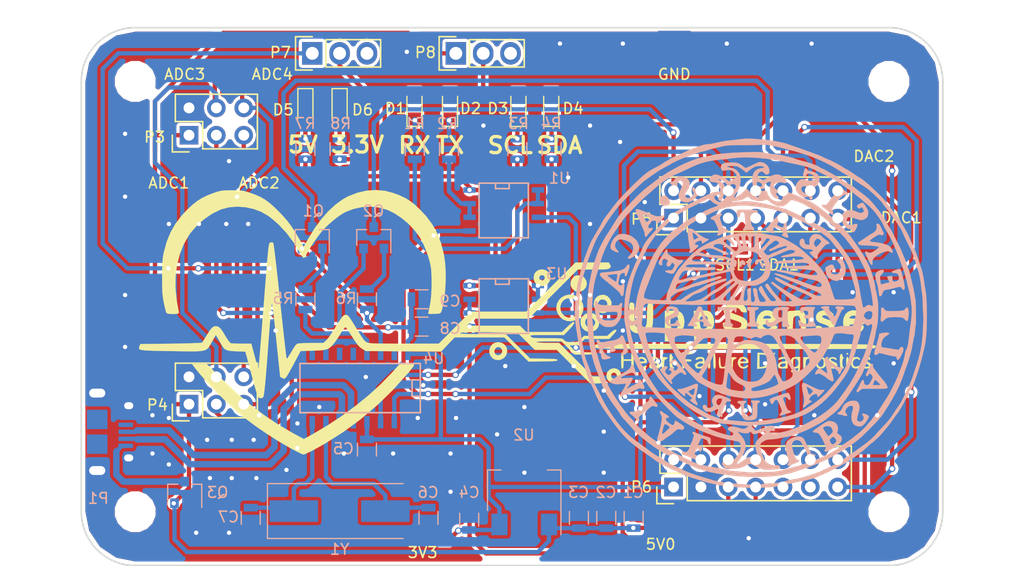
<source format=kicad_pcb>
(kicad_pcb (version 4) (host pcbnew 4.0.6-e0-6349~52~ubuntu17.04.1)
  (title_block (title "Backplane for UppSense") (date 2017-06-20) (rev 1.0) (company "Uppsala University"))
  (layers (0 F.Cu signal) (31 B.Cu signal) (34 B.Paste user) (35 F.Paste user) (36 B.SilkS user hide) (37 F.SilkS user) (38 B.Mask user) (39 F.Mask user) (44 Edge.Cuts user))
  (net 0 "")
  (net 1 GND)
  (net 2 ADC1)
  (net 3 ADC2)
  (net 4 DAC1)
  (net 5 ADC3)
  (net 6 DAC2)
  (net 7 GPIO1)
  (net 8 GPIO2)
  (net 9 I2C_SCL)
  (net 10 GPIO3)
  (net 11 I2C_SDA)
  (net 12 GPIO4)
  (net 13 UART_TX)
  (net 14 5V)
  (net 15 ADC4)
  (net 16 GPIO0)
  (net 17 UART_RX)
  (net 18 nRST)
  (net 19 3.3V)
  (net 20 "Net-(C6-Pad1)")
  (net 21 "Net-(C7-Pad1)")
  (net 22 LED_5V)
  (net 23 "Net-(D5-Pad2)")
  (net 24 "Net-(D6-Pad2)")
  (net 25 D-)
  (net 26 D+)
  (net 27 LED_3.3V)
  (net 28 "Net-(Q1-Pad1)")
  (net 29 RTS)
  (net 30 "Net-(Q2-Pad1)")
  (net 31 DTR)
  (net 32 "Net-(R1-Pad2)")
  (net 33 "Net-(R2-Pad2)")
  (net 34 "Net-(R3-Pad2)")
  (net 35 "Net-(R4-Pad2)")
  (net 36 "Net-(P1-Pad1)")
  (net 37 "Net-(D1-Pad1)")
  (net 38 "Net-(D2-Pad1)")
  (net 39 "Net-(D3-Pad1)")
  (net 40 "Net-(D4-Pad1)")
  (module myVias:Stitchging-Via-0.4-0.7 (layer F.Cu) (at 182.294 67.708)
    (fp_text reference REF** hide)
    (fp_text value Stitching-Via-0.5-0.7)
    (pad "" thru_hole circle (at 0 0) (size 0.7 0.7) (drill 0.4) (layers *.Cu) (net 1 GND))
  )
  (module myVias:Stitchging-Via-0.4-0.7 (layer F.Cu) (at 174.42 67.708)
    (fp_text reference REF** hide)
    (fp_text value Stitching-Via-0.5-0.7)
    (pad "" thru_hole circle (at 0 0) (size 0.7 0.7) (drill 0.4) (layers *.Cu) (net 1 GND))
  )
  (module myVias:Stitchging-Via-0.4-0.7 (layer F.Cu) (at 164.768 67.708)
    (fp_text reference REF** hide)
    (fp_text value Stitching-Via-0.5-0.7)
    (pad "" thru_hole circle (at 0 0) (size 0.7 0.7) (drill 0.4) (layers *.Cu) (net 1 GND))
  )
  (module myVias:Stitchging-Via-0.4-0.7 (layer F.Cu) (at 158.926 67.708)
    (fp_text reference REF** hide)
    (fp_text value Stitching-Via-0.5-0.7)
    (pad "" thru_hole circle (at 0 0) (size 0.7 0.7) (drill 0.4) (layers *.Cu) (net 1 GND))
  )
  (module myVias:Stitchging-Via-0.4-0.7 (layer F.Cu) (at 168.07 104.792)
    (fp_text reference REF** hide)
    (fp_text value Stitching-Via-0.5-0.7)
    (pad "" thru_hole circle (at 0 0) (size 0.7 0.7) (drill 0.4) (layers *.Cu) (net 1 GND))
  )
  (module myVias:Stitchging-Via-0.4-0.7 (layer F.Cu) (at 176.452 113.682)
    (fp_text reference REF** hide)
    (fp_text value Stitching-Via-0.5-0.7)
    (pad "" thru_hole circle (at 0 0) (size 0.7 0.7) (drill 0.4) (layers *.Cu) (net 1 GND))
  )
  (module myVias:Stitchging-Via-0.4-0.7 (layer F.Cu) (at 130.986 102.252)
    (fp_text reference REF** hide)
    (fp_text value Stitching-Via-0.5-0.7)
    (pad "" thru_hole circle (at 0 0) (size 0.7 0.7) (drill 0.4) (layers *.Cu) (net 1 GND))
  )
  (module myVias:Stitchging-Via-0.4-0.7 (layer F.Cu) (at 136.574 101.49)
    (fp_text reference REF** hide)
    (fp_text value Stitching-Via-0.5-0.7)
    (pad "" thru_hole circle (at 0 0) (size 0.7 0.7) (drill 0.4) (layers *.Cu) (net 1 GND))
  )
  (module myVias:Stitchging-Via-0.4-0.7 (layer F.Cu) (at 122.604 106.824)
    (fp_text reference REF** hide)
    (fp_text value Stitching-Via-0.5-0.7)
    (pad "" thru_hole circle (at 0 0) (size 0.7 0.7) (drill 0.4) (layers *.Cu) (net 1 GND))
  )
  (module myVias:Stitchging-Via-0.4-0.7 (layer F.Cu) (at 121.08 105.808)
    (fp_text reference REF** hide)
    (fp_text value Stitching-Via-0.5-0.7)
    (pad "" thru_hole circle (at 0 0) (size 0.7 0.7) (drill 0.4) (layers *.Cu) (net 1 GND))
  )
  (module myVias:Stitchging-Via-0.4-0.7 (layer F.Cu) (at 122.604 102.506)
    (fp_text reference REF** hide)
    (fp_text value Stitching-Via-0.5-0.7)
    (pad "" thru_hole circle (at 0 0) (size 0.7 0.7) (drill 0.4) (layers *.Cu) (net 1 GND))
  )
  (module myVias:Stitchging-Via-0.4-0.7 (layer F.Cu) (at 134.542 105.3)
    (fp_text reference REF** hide)
    (fp_text value Stitching-Via-0.5-0.7)
    (pad "" thru_hole circle (at 0 0) (size 0.7 0.7) (drill 0.4) (layers *.Cu) (net 1 GND))
  )
  (module myVias:Stitchging-Via-0.4-0.7 (layer F.Cu) (at 130.732 108.094)
    (fp_text reference REF** hide)
    (fp_text value Stitching-Via-0.5-0.7)
    (pad "" thru_hole circle (at 0 0) (size 0.7 0.7) (drill 0.4) (layers *.Cu) (net 1 GND))
  )
  (module myVias:Stitchging-Via-0.4-0.7 (layer F.Cu) (at 126.414 108.094)
    (fp_text reference REF** hide)
    (fp_text value Stitching-Via-0.5-0.7)
    (pad "" thru_hole circle (at 0 0) (size 0.7 0.7) (drill 0.4) (layers *.Cu) (net 1 GND))
  )
  (module myVias:Stitchging-Via-0.4-0.7 (layer F.Cu) (at 130.478 104.538)
    (fp_text reference REF** hide)
    (fp_text value Stitching-Via-0.5-0.7)
    (pad "" thru_hole circle (at 0 0) (size 0.7 0.7) (drill 0.4) (layers *.Cu) (net 1 GND))
  )
  (module myVias:Stitchging-Via-0.4-0.7 (layer F.Cu) (at 126.16 104.538)
    (fp_text reference REF** hide)
    (fp_text value Stitching-Via-0.5-0.7)
    (pad "" thru_hole circle (at 0 0) (size 0.7 0.7) (drill 0.4) (layers *.Cu) (net 1 GND))
  )
  (module myVias:Stitchging-Via-0.4-0.7 (layer F.Cu) (at 164.768 94.378)
    (fp_text reference REF** hide)
    (fp_text value Stitching-Via-0.5-0.7)
    (pad "" thru_hole circle (at 0 0) (size 0.7 0.7) (drill 0.4) (layers *.Cu) (net 1 GND))
  )
  (module myVias:Stitchging-Via-0.4-0.7 (layer F.Cu) (at 164.768 89.806)
    (fp_text reference REF** hide)
    (fp_text value Stitching-Via-0.5-0.7)
    (pad "" thru_hole circle (at 0 0) (size 0.7 0.7) (drill 0.4) (layers *.Cu) (net 1 GND))
  )
  (module myVias:Stitchging-Via-0.4-0.7 (layer F.Cu) (at 166.8 82.44)
    (fp_text reference REF** hide)
    (fp_text value Stitching-Via-0.5-0.7)
    (pad "" thru_hole circle (at 0 0) (size 0.7 0.7) (drill 0.4) (layers *.Cu) (net 1 GND))
  )
  (module myVias:Stitchging-Via-0.4-0.7 (layer F.Cu) (at 164.514 76.852)
    (fp_text reference REF** hide)
    (fp_text value Stitching-Via-0.5-0.7)
    (pad "" thru_hole circle (at 0 0) (size 0.7 0.7) (drill 0.4) (layers *.Cu) (net 1 GND))
  )
  (module myVias:Stitchging-Via-0.4-0.7 (layer F.Cu) (at 144.702 68.47)
    (fp_text reference REF** hide)
    (fp_text value Stitching-Via-0.5-0.7)
    (pad "" thru_hole circle (at 0 0) (size 0.7 0.7) (drill 0.4) (layers *.Cu) (net 1 GND))
  )
  (module myVias:Stitchging-Via-0.4-0.7 (layer F.Cu) (at 128.192 78.63)
    (fp_text reference REF** hide)
    (fp_text value Stitching-Via-0.5-0.7)
    (pad "" thru_hole circle (at 0 0) (size 0.7 0.7) (drill 0.4) (layers *.Cu) (net 1 GND))
  )
  (module myVias:Stitchging-Via-0.4-0.7 (layer F.Cu) (at 132.51 94.378)
    (fp_text reference REF** hide)
    (fp_text value Stitching-Via-0.5-0.7)
    (pad "" thru_hole circle (at 0 0) (size 0.7 0.7) (drill 0.4) (layers *.Cu) (net 1 GND))
  )
  (module myVias:Stitchging-Via-0.4-0.7 (layer F.Cu) (at 129.97 84.472)
    (fp_text reference REF** hide)
    (fp_text value Stitching-Via-0.5-0.7)
    (pad "" thru_hole circle (at 0 0) (size 0.7 0.7) (drill 0.4) (layers *.Cu) (net 1 GND))
  )
  (module myVias:Stitchging-Via-0.4-0.7 (layer F.Cu) (at 127.938 84.472)
    (fp_text reference REF** hide)
    (fp_text value Stitching-Via-0.5-0.7)
    (pad "" thru_hole circle (at 0 0) (size 0.7 0.7) (drill 0.4) (layers *.Cu) (net 1 GND))
  )
  (module myVias:Stitchging-Via-0.4-0.7 (layer F.Cu) (at 125.398 84.472)
    (fp_text reference REF** hide)
    (fp_text value Stitching-Via-0.5-0.7)
    (pad "" thru_hole circle (at 0 0) (size 0.7 0.7) (drill 0.4) (layers *.Cu) (net 1 GND))
  )
  (module myVias:Stitchging-Via-0.4-0.7 (layer F.Cu) (at 122.604 84.472)
    (fp_text reference REF** hide)
    (fp_text value Stitching-Via-0.5-0.7)
    (pad "" thru_hole circle (at 0 0) (size 0.7 0.7) (drill 0.4) (layers *.Cu) (net 1 GND))
  )
  (module myVias:Stitchging-Via-0.4-0.7 (layer F.Cu) (at 118.54 95.902)
    (fp_text reference REF** hide)
    (fp_text value Stitching-Via-0.5-0.7)
    (pad "" thru_hole circle (at 0 0) (size 0.7 0.7) (drill 0.4) (layers *.Cu) (net 1 GND))
  )
  (module myVias:Stitchging-Via-0.4-0.7 (layer F.Cu) (at 118.54 81.932)
    (fp_text reference REF** hide)
    (fp_text value Stitching-Via-0.5-0.7)
    (pad "" thru_hole circle (at 0 0) (size 0.7 0.7) (drill 0.4) (layers *.Cu) (net 1 GND))
  )
  (module myVias:Stitchging-Via-0.4-0.7 (layer F.Cu) (at 118.54 76.09)
    (fp_text reference REF** hide)
    (fp_text value Stitching-Via-0.5-0.7)
    (pad "" thru_hole circle (at 0 0) (size 0.7 0.7) (drill 0.4) (layers *.Cu) (net 1 GND))
  )
  (module myVias:Stitchging-Via-0.4-0.7 (layer F.Cu) (at 118.54 91.076)
    (fp_text reference REF** hide)
    (fp_text value Stitching-Via-0.5-0.7)
    (pad "" thru_hole circle (at 0 0) (size 0.7 0.7) (drill 0.4) (layers *.Cu) (net 1 GND))
  )
  (module myVias:Stitchging-Via-0.4-0.7 (layer F.Cu) (at 121.08 102.252)
    (fp_text reference REF** hide)
    (fp_text value Stitching-Via-0.5-0.7)
    (pad "" thru_hole circle (at 0 0) (size 0.7 0.7) (drill 0.4) (layers *.Cu) (net 1 GND))
  )
  (module myVias:Stitchging-Via-0.4-0.7 (layer F.Cu) (at 128.446 104.538)
    (fp_text reference REF** hide)
    (fp_text value Stitching-Via-0.5-0.7)
    (pad "" thru_hole circle (at 0 0) (size 0.7 0.7) (drill 0.4) (layers *.Cu) (net 1 GND))
  )
  (module myVias:Stitchging-Via-0.4-0.7 (layer F.Cu) (at 133.526 107.332)
    (fp_text reference REF** hide)
    (fp_text value Stitching-Via-0.5-0.7)
    (pad "" thru_hole circle (at 0 0) (size 0.7 0.7) (drill 0.4) (layers *.Cu) (net 1 GND))
  )
  (module myVias:Stitchging-Via-0.4-0.7 (layer F.Cu) (at 134.542 103.014)
    (fp_text reference REF** hide)
    (fp_text value Stitching-Via-0.5-0.7)
    (pad "" thru_hole circle (at 0 0) (size 0.7 0.7) (drill 0.4) (layers *.Cu) (net 1 GND))
  )
  (module myVias:Stitchging-Via-0.4-0.7 (layer F.Cu) (at 128.192 113.174)
    (fp_text reference REF** hide)
    (fp_text value Stitching-Via-0.5-0.7)
    (pad "" thru_hole circle (at 0 0) (size 0.7 0.7) (drill 0.4) (layers *.Cu) (net 1 GND))
  )
  (module myVias:Stitchging-Via-0.4-0.7 (layer F.Cu) (at 128.446 108.094)
    (fp_text reference REF** hide)
    (fp_text value Stitching-Via-0.5-0.7)
    (pad "" thru_hole circle (at 0 0) (size 0.7 0.7) (drill 0.4) (layers *.Cu) (net 1 GND))
  )
  (module myVias:Stitchging-Via-0.4-0.7 (layer F.Cu) (at 125.144 113.174)
    (fp_text reference REF** hide)
    (fp_text value Stitching-Via-0.5-0.7)
    (pad "" thru_hole circle (at 0 0) (size 0.7 0.7) (drill 0.4) (layers *.Cu) (net 1 GND))
  )
  (module myVias:Stitchging-Via-0.4-0.7 (layer F.Cu) (at 140.892 98.696)
    (fp_text reference REF** hide)
    (fp_text value Stitching-Via-0.5-0.7)
    (pad "" thru_hole circle (at 0 0) (size 0.7 0.7) (drill 0.4) (layers *.Cu) (net 1 GND))
  )
  (module myVias:Stitchging-Via-0.4-0.7 (layer F.Cu) (at 146.226 99.458)
    (fp_text reference REF** hide)
    (fp_text value Stitching-Via-0.5-0.7)
    (pad "" thru_hole circle (at 0 0) (size 0.7 0.7) (drill 0.4) (layers *.Cu) (net 1 GND))
  )
  (module myVias:Stitchging-Via-0.4-0.7 (layer F.Cu) (at 160.196 97.68)
    (fp_text reference REF** hide)
    (fp_text value Stitching-Via-0.5-0.7)
    (pad "" thru_hole circle (at 0 0) (size 0.7 0.7) (drill 0.4) (layers *.Cu) (net 1 GND))
  )
  (module myVias:Stitchging-Via-0.4-0.7 (layer F.Cu) (at 153.846 97.68)
    (fp_text reference REF** hide)
    (fp_text value Stitching-Via-0.5-0.7)
    (pad "" thru_hole circle (at 0 0) (size 0.7 0.7) (drill 0.4) (layers *.Cu) (net 1 GND))
  )
  (module myVias:Stitchging-Via-0.4-0.7 (layer F.Cu) (at 151.814 75.328)
    (fp_text reference REF** hide)
    (fp_text value Stitching-Via-0.5-0.7)
    (pad "" thru_hole circle (at 0 0) (size 0.7 0.7) (drill 0.4) (layers *.Cu) (net 1 GND))
  )
  (module myVias:Stitchging-Via-0.4-0.7 (layer F.Cu) (at 159.688 80.154)
    (fp_text reference REF** hide)
    (fp_text value Stitching-Via-0.5-0.7)
    (pad "" thru_hole circle (at 0 0) (size 0.7 0.7) (drill 0.4) (layers *.Cu) (net 1 GND))
  )
  (module myVias:Stitchging-Via-0.4-0.7 (layer F.Cu) (at 161.72 75.328)
    (fp_text reference REF** hide)
    (fp_text value Stitching-Via-0.5-0.7)
    (pad "" thru_hole circle (at 0 0) (size 0.7 0.7) (drill 0.4) (layers *.Cu) (net 1 GND))
  )
  (module myVias:Stitchging-Via-0.4-0.7 (layer F.Cu) (at 161.72 84.472)
    (fp_text reference REF** hide)
    (fp_text value Stitching-Via-0.5-0.7)
    (pad "" thru_hole circle (at 0 0) (size 0.7 0.7) (drill 0.4) (layers *.Cu) (net 1 GND))
  )
  (module myVias:Stitchging-Via-0.4-0.7 (layer F.Cu) (at 161.72 91.076)
    (fp_text reference REF** hide)
    (fp_text value Stitching-Via-0.5-0.7)
    (pad "" thru_hole circle (at 0 0) (size 0.7 0.7) (drill 0.4) (layers *.Cu) (net 1 GND))
  )
  (module myVias:Stitchging-Via-0.4-0.7 (layer F.Cu) (at 189.914 97.426)
    (fp_text reference REF** hide)
    (fp_text value Stitching-Via-0.5-0.7)
    (pad "" thru_hole circle (at 0 0) (size 0.7 0.7) (drill 0.4) (layers *.Cu) (net 1 GND))
  )
  (module myVias:Stitchging-Via-0.4-0.7 (layer F.Cu) (at 186.104 90.822)
    (fp_text reference REF** hide)
    (fp_text value Stitching-Via-0.5-0.7)
    (pad "" thru_hole circle (at 0 0) (size 0.7 0.7) (drill 0.4) (layers *.Cu) (net 1 GND))
  )
  (module myVias:Stitchging-Via-0.4-0.7 (layer F.Cu) (at 189.914 90.822)
    (fp_text reference REF** hide)
    (fp_text value Stitching-Via-0.5-0.7)
    (pad "" thru_hole circle (at 0 0) (size 0.7 0.7) (drill 0.4) (layers *.Cu) (net 1 GND))
  )
  (module myVias:Stitchging-Via-0.4-0.7 (layer F.Cu) (at 188.39 102.252)
    (fp_text reference REF** hide)
    (fp_text value Stitching-Via-0.5-0.7)
    (pad "" thru_hole circle (at 0 0) (size 0.7 0.7) (drill 0.4) (layers *.Cu) (net 1 GND))
  )
  (module myVias:Stitchging-Via-0.4-0.7 (layer F.Cu) (at 182.294 93.362)
    (fp_text reference REF** hide)
    (fp_text value Stitching-Via-0.5-0.7)
    (pad "" thru_hole circle (at 0 0) (size 0.7 0.7) (drill 0.4) (layers *.Cu) (net 1 GND))
  )
  (module myVias:Stitchging-Via-0.4-0.7 (layer F.Cu) (at 182.548 102.252)
    (fp_text reference REF** hide)
    (fp_text value Stitching-Via-0.5-0.7)
    (pad "" thru_hole circle (at 0 0) (size 0.7 0.7) (drill 0.4) (layers *.Cu) (net 1 GND))
  )
  (module myVias:Stitchging-Via-0.4-0.7 (layer F.Cu) (at 177.976 97.426)
    (fp_text reference REF** hide)
    (fp_text value Stitching-Via-0.5-0.7)
    (pad "" thru_hole circle (at 0 0) (size 0.7 0.7) (drill 0.4) (layers *.Cu) (net 1 GND))
  )
  (module myVias:Stitchging-Via-0.4-0.7 (layer F.Cu) (at 177.976 101.236)
    (fp_text reference REF** hide)
    (fp_text value Stitching-Via-0.5-0.7)
    (pad "" thru_hole circle (at 0 0) (size 0.7 0.7) (drill 0.4) (layers *.Cu) (net 1 GND))
  )
  (module myVias:Stitchging-Via-0.4-0.7 (layer F.Cu) (at 169.594 97.426)
    (fp_text reference REF** hide)
    (fp_text value Stitching-Via-0.5-0.7)
    (pad "" thru_hole circle (at 0 0) (size 0.7 0.7) (drill 0.4) (layers *.Cu) (net 1 GND))
  )
  (module myVias:Stitchging-Via-0.4-0.7 (layer F.Cu) (at 171.88 100.474)
    (fp_text reference REF** hide)
    (fp_text value Stitching-Via-0.5-0.7)
    (pad "" thru_hole circle (at 0 0) (size 0.7 0.7) (drill 0.4) (layers *.Cu) (net 1 GND))
  )
  (module myVias:Stitchging-Via-0.4-0.7 (layer F.Cu) (at 155.624 107.586)
    (fp_text reference REF** hide)
    (fp_text value Stitching-Via-0.5-0.7)
    (pad "" thru_hole circle (at 0 0) (size 0.7 0.7) (drill 0.4) (layers *.Cu) (net 1 GND))
  )
  (module myVias:Stitchging-Via-0.4-0.7 (layer F.Cu) (at 153.084 104.03)
    (fp_text reference REF** hide)
    (fp_text value Stitching-Via-0.5-0.7)
    (pad "" thru_hole circle (at 0 0) (size 0.7 0.7) (drill 0.4) (layers *.Cu) (net 1 GND))
  )
  (module myVias:Stitchging-Via-0.4-0.7 (layer F.Cu) (at 149.274 102.506)
    (fp_text reference REF** hide)
    (fp_text value Stitching-Via-0.5-0.7)
    (pad "" thru_hole circle (at 0 0) (size 0.7 0.7) (drill 0.4) (layers *.Cu) (net 1 GND))
  )
  (module myVias:Stitchging-Via-0.4-0.7 (layer F.Cu) (at 155.624 101.49)
    (fp_text reference REF** hide)
    (fp_text value Stitching-Via-0.5-0.7)
    (pad "" thru_hole circle (at 0 0) (size 0.7 0.7) (drill 0.4) (layers *.Cu) (net 1 GND))
  )
  (module myVias:Stitchging-Via-0.4-0.7 (layer F.Cu) (at 162.99 99.966)
    (fp_text reference REF** hide)
    (fp_text value Stitching-Via-0.5-0.7)
    (pad "" thru_hole circle (at 0 0) (size 0.7 0.7) (drill 0.4) (layers *.Cu) (net 1 GND))
  )
  (module myVias:Stitchging-Via-0.4-0.7 (layer F.Cu) (at 162.99 103.776)
    (fp_text reference REF** hide)
    (fp_text value Stitching-Via-0.5-0.7)
    (pad "" thru_hole circle (at 0 0) (size 0.7 0.7) (drill 0.4) (layers *.Cu) (net 1 GND))
  )
  (module myVias:Stitchging-Via-0.4-0.7 (layer F.Cu) (at 162.99 107.586)
    (fp_text reference REF** hide)
    (fp_text value Stitching-Via-0.5-0.7)
    (pad "" thru_hole circle (at 0 0) (size 0.7 0.7) (drill 0.4) (layers *.Cu) (net 1 GND))
  )
  (module myVias:Stitchging-Via-0.4-0.7 (layer F.Cu) (at 138.86 105.808)
    (fp_text reference REF** hide)
    (fp_text value Stitching-Via-0.5-0.7)
    (pad "" thru_hole circle (at 0 0) (size 0.7 0.7) (drill 0.4) (layers *.Cu) (net 1 GND))
  )
  (module myVias:Stitchging-Via-0.4-0.7 (layer F.Cu) (at 148.766 109.364)
    (fp_text reference REF** hide)
    (fp_text value Stitching-Via-0.5-0.7)
    (pad "" thru_hole circle (at 0 0) (size 0.7 0.7) (drill 0.4) (layers *.Cu) (net 1 GND))
  )
  (module myVias:Stitchging-Via-0.4-0.7 (layer F.Cu) (at 148.766 105.808)
    (fp_text reference REF** hide)
    (fp_text value Stitching-Via-0.5-0.7)
    (pad "" thru_hole circle (at 0 0) (size 0.7 0.7) (drill 0.4) (layers *.Cu) (net 1 GND))
  )
  (module myVias:Stitchging-Via-0.4-0.7 (layer F.Cu) (at 143.432 105.808)
    (fp_text reference REF** hide)
    (fp_text value Stitching-Via-0.5-0.7)
    (pad "" thru_hole circle (at 0 0) (size 0.7 0.7) (drill 0.4) (layers *.Cu) (net 1 GND))
  )
  (module myTestPoints:TP_SMD_quadr_1mm (layer F.Cu) (at 184.912 78.18)
    (fp_text reference DAC2 (at 3.175 0) (layer F.SilkS))
    (fp_text value TEST)
    (pad 1 smd rect (at 0 0) (size 1 1) (layers F.Cu F.Paste F.Mask) (net 6 DAC2))
  )
  (module myTestPoints:TP_SMD_quadr_3mm (layer F.Cu) (at 169.545 68.02)
    (fp_text reference GND1 hide)
    (fp_text value TEST)
    (pad 1 smd rect (at 0 0) (size 3 3) (layers F.Cu F.Paste F.Mask) (net 1 GND))
  )
  (module Pin_Headers:Pin_Header_Straight_2x03 (layer F.Cu) (at 124.476 76.222 90)
    (fp_text reference P3 (at -0.18 -3.191 180) (layer F.SilkS))
    (fp_text value CONN_02X03)
    (pad 1 thru_hole rect (at 0 0 90) (size 1.7272 1.7272) (drill 1.016) (layers *.Cu *.Mask) (net 14 5V))
    (pad 2 thru_hole oval (at 2.54 0 90) (size 1.7272 1.7272) (drill 1.016) (layers *.Cu *.Mask) (net 1 GND))
    (pad 3 thru_hole oval (at 0 2.54 90) (size 1.7272 1.7272) (drill 1.016) (layers *.Cu *.Mask) (net 2 ADC1))
    (pad 4 thru_hole oval (at 2.54 2.54 90) (size 1.7272 1.7272) (drill 1.016) (layers *.Cu *.Mask) (net 5 ADC3))
    (pad 5 thru_hole oval (at 0 5.08 90) (size 1.7272 1.7272) (drill 1.016) (layers *.Cu *.Mask) (net 3 ADC2))
    (pad 6 thru_hole oval (at 2.54 5.08 90) (size 1.7272 1.7272) (drill 1.016) (layers *.Cu *.Mask) (net 15 ADC4))
  )
  (module Pin_Headers:Pin_Header_Straight_2x03 (layer F.Cu) (at 124.476 101.222 90)
    (fp_text reference P4 (at -0.072 -2.937 180) (layer F.SilkS))
    (fp_text value CONN_02X03)
    (pad 1 thru_hole rect (at 0 0 90) (size 1.7272 1.7272) (drill 1.016) (layers *.Cu *.Mask) (net 14 5V))
    (pad 2 thru_hole oval (at 2.54 0 90) (size 1.7272 1.7272) (drill 1.016) (layers *.Cu *.Mask) (net 1 GND))
    (pad 3 thru_hole oval (at 0 2.54 90) (size 1.7272 1.7272) (drill 1.016) (layers *.Cu *.Mask) (net 2 ADC1))
    (pad 4 thru_hole oval (at 2.54 2.54 90) (size 1.7272 1.7272) (drill 1.016) (layers *.Cu *.Mask) (net 5 ADC3))
    (pad 5 thru_hole oval (at 0 5.08 90) (size 1.7272 1.7272) (drill 1.016) (layers *.Cu *.Mask) (net 3 ADC2))
    (pad 6 thru_hole oval (at 2.54 5.08 90) (size 1.7272 1.7272) (drill 1.016) (layers *.Cu *.Mask) (net 15 ADC4))
  )
  (module Pin_Headers:Pin_Header_Straight_2x07 (layer F.Cu) (at 169.476 83.922 90)
    (fp_text reference P5 (at -0.1 -2.979 180) (layer F.SilkS))
    (fp_text value CONN_02X07)
    (pad 1 thru_hole rect (at 0 0 90) (size 1.7272 1.7272) (drill 1.016) (layers *.Cu *.Mask) (net 19 3.3V))
    (pad 2 thru_hole oval (at 2.54 0 90) (size 1.7272 1.7272) (drill 1.016) (layers *.Cu *.Mask) (net 16 GPIO0))
    (pad 3 thru_hole oval (at 0 2.54 90) (size 1.7272 1.7272) (drill 1.016) (layers *.Cu *.Mask) (net 1 GND))
    (pad 4 thru_hole oval (at 2.54 2.54 90) (size 1.7272 1.7272) (drill 1.016) (layers *.Cu *.Mask) (net 7 GPIO1))
    (pad 5 thru_hole oval (at 0 5.08 90) (size 1.7272 1.7272) (drill 1.016) (layers *.Cu *.Mask) (net 9 I2C_SCL))
    (pad 6 thru_hole oval (at 2.54 5.08 90) (size 1.7272 1.7272) (drill 1.016) (layers *.Cu *.Mask) (net 8 GPIO2))
    (pad 7 thru_hole oval (at 0 7.62 90) (size 1.7272 1.7272) (drill 1.016) (layers *.Cu *.Mask) (net 11 I2C_SDA))
    (pad 8 thru_hole oval (at 2.54 7.62 90) (size 1.7272 1.7272) (drill 1.016) (layers *.Cu *.Mask) (net 10 GPIO3))
    (pad 9 thru_hole oval (at 0 10.16 90) (size 1.7272 1.7272) (drill 1.016) (layers *.Cu *.Mask) (net 13 UART_TX))
    (pad 10 thru_hole oval (at 2.54 10.16 90) (size 1.7272 1.7272) (drill 1.016) (layers *.Cu *.Mask) (net 12 GPIO4))
    (pad 11 thru_hole oval (at 0 12.7 90) (size 1.7272 1.7272) (drill 1.016) (layers *.Cu *.Mask) (net 17 UART_RX))
    (pad 12 thru_hole oval (at 2.54 12.7 90) (size 1.7272 1.7272) (drill 1.016) (layers *.Cu *.Mask) (net 18 nRST))
    (pad 13 thru_hole oval (at 0 15.24 90) (size 1.7272 1.7272) (drill 1.016) (layers *.Cu *.Mask) (net 4 DAC1))
    (pad 14 thru_hole oval (at 2.54 15.24 90) (size 1.7272 1.7272) (drill 1.016) (layers *.Cu *.Mask) (net 6 DAC2))
  )
  (module Pin_Headers:Pin_Header_Straight_2x07 (layer F.Cu) (at 169.476 108.922 90)
    (fp_text reference P6 (at 0.008 -2.979 180) (layer F.SilkS))
    (fp_text value CONN_02X07)
    (pad 1 thru_hole rect (at 0 0 90) (size 1.7272 1.7272) (drill 1.016) (layers *.Cu *.Mask) (net 19 3.3V))
    (pad 2 thru_hole oval (at 2.54 0 90) (size 1.7272 1.7272) (drill 1.016) (layers *.Cu *.Mask))
    (pad 3 thru_hole oval (at 0 2.54 90) (size 1.7272 1.7272) (drill 1.016) (layers *.Cu *.Mask) (net 1 GND))
    (pad 4 thru_hole oval (at 2.54 2.54 90) (size 1.7272 1.7272) (drill 1.016) (layers *.Cu *.Mask) (net 7 GPIO1))
    (pad 5 thru_hole oval (at 0 5.08 90) (size 1.7272 1.7272) (drill 1.016) (layers *.Cu *.Mask) (net 9 I2C_SCL))
    (pad 6 thru_hole oval (at 2.54 5.08 90) (size 1.7272 1.7272) (drill 1.016) (layers *.Cu *.Mask) (net 8 GPIO2))
    (pad 7 thru_hole oval (at 0 7.62 90) (size 1.7272 1.7272) (drill 1.016) (layers *.Cu *.Mask) (net 11 I2C_SDA))
    (pad 8 thru_hole oval (at 2.54 7.62 90) (size 1.7272 1.7272) (drill 1.016) (layers *.Cu *.Mask) (net 10 GPIO3))
    (pad 9 thru_hole oval (at 0 10.16 90) (size 1.7272 1.7272) (drill 1.016) (layers *.Cu *.Mask))
    (pad 10 thru_hole oval (at 2.54 10.16 90) (size 1.7272 1.7272) (drill 1.016) (layers *.Cu *.Mask) (net 12 GPIO4))
    (pad 11 thru_hole oval (at 0 12.7 90) (size 1.7272 1.7272) (drill 1.016) (layers *.Cu *.Mask))
    (pad 12 thru_hole oval (at 2.54 12.7 90) (size 1.7272 1.7272) (drill 1.016) (layers *.Cu *.Mask))
    (pad 13 thru_hole oval (at 0 15.24 90) (size 1.7272 1.7272) (drill 1.016) (layers *.Cu *.Mask) (net 4 DAC1))
    (pad 14 thru_hole oval (at 2.54 15.24 90) (size 1.7272 1.7272) (drill 1.016) (layers *.Cu *.Mask) (net 6 DAC2))
  )
  (module SMD_Packages:SO-16-N (layer B.Cu) (at 140.366 99.727 180)
    (fp_text reference U4 (at -6.827 2.751 180) (layer B.SilkS) (effects (justify mirror)))
    (fp_text value CH340G)
    (pad 16 smd rect (at -4.445 3.175 180) (size 0.508 1.143) (layers B.Cu B.Paste B.Mask) (net 19 3.3V))
    (pad 14 smd rect (at -1.905 3.175 180) (size 0.508 1.143) (layers B.Cu B.Paste B.Mask) (net 29 RTS))
    (pad 13 smd rect (at -0.635 3.175 180) (size 0.508 1.143) (layers B.Cu B.Paste B.Mask) (net 31 DTR))
    (pad 12 smd rect (at 0.635 3.175 180) (size 0.508 1.143) (layers B.Cu B.Paste B.Mask))
    (pad 11 smd rect (at 1.905 3.175 180) (size 0.508 1.143) (layers B.Cu B.Paste B.Mask))
    (pad 10 smd rect (at 3.175 3.175 180) (size 0.508 1.143) (layers B.Cu B.Paste B.Mask))
    (pad 9 smd rect (at 4.445 3.175 180) (size 0.508 1.143) (layers B.Cu B.Paste B.Mask))
    (pad 8 smd rect (at 4.445 -3.175 180) (size 0.508 1.143) (layers B.Cu B.Paste B.Mask) (net 21 "Net-(C7-Pad1)"))
    (pad 7 smd rect (at 3.175 -3.175 180) (size 0.508 1.143) (layers B.Cu B.Paste B.Mask) (net 20 "Net-(C6-Pad1)"))
    (pad 6 smd rect (at 1.905 -3.175 180) (size 0.508 1.143) (layers B.Cu B.Paste B.Mask) (net 25 D-))
    (pad 5 smd rect (at 0.635 -3.175 180) (size 0.508 1.143) (layers B.Cu B.Paste B.Mask) (net 26 D+))
    (pad 4 smd rect (at -0.635 -3.175 180) (size 0.508 1.143) (layers B.Cu B.Paste B.Mask) (net 19 3.3V))
    (pad 3 smd rect (at -1.905 -3.175 180) (size 0.508 1.143) (layers B.Cu B.Paste B.Mask) (net 17 UART_RX))
    (pad 2 smd rect (at -3.175 -3.175 180) (size 0.508 1.143) (layers B.Cu B.Paste B.Mask) (net 13 UART_TX))
    (pad 1 smd rect (at -4.445 -3.175 180) (size 0.508 1.143) (layers B.Cu B.Paste B.Mask) (net 1 GND))
    (pad 15 smd rect (at -3.175 3.175 180) (size 0.508 1.143) (layers B.Cu B.Paste B.Mask))
  )
  (module Resistors_SMD:R_0805 (layer B.Cu) (at 165.766 111.792 90)
    (fp_text reference C1 (at 2.37 -0.031 180) (layer B.SilkS) (effects (justify mirror)))
    (fp_text value 10u)
    (pad 1 smd rect (at -0.95 0 90) (size 0.7 1.3) (layers B.Cu B.Paste B.Mask) (net 14 5V))
    (pad 2 smd rect (at 0.95 0 90) (size 0.7 1.3) (layers B.Cu B.Paste B.Mask) (net 1 GND))
  )
  (module Resistors_SMD:R_0805 (layer B.Cu) (at 163.226 111.792 90)
    (fp_text reference C2 (at 2.37 -0.031 180) (layer B.SilkS) (effects (justify mirror)))
    (fp_text value 1u)
    (pad 1 smd rect (at -0.95 0 90) (size 0.7 1.3) (layers B.Cu B.Paste B.Mask) (net 14 5V))
    (pad 2 smd rect (at 0.95 0 90) (size 0.7 1.3) (layers B.Cu B.Paste B.Mask) (net 1 GND))
  )
  (module Resistors_SMD:R_0805 (layer B.Cu) (at 160.686 111.792 90)
    (fp_text reference C3 (at 2.37 -0.031 180) (layer B.SilkS) (effects (justify mirror)))
    (fp_text value 100n)
    (pad 1 smd rect (at -0.95 0 90) (size 0.7 1.3) (layers B.Cu B.Paste B.Mask) (net 14 5V))
    (pad 2 smd rect (at 0.95 0 90) (size 0.7 1.3) (layers B.Cu B.Paste B.Mask) (net 1 GND))
  )
  (module Resistors_SMD:R_0805 (layer B.Cu) (at 150.495 111.962 90)
    (fp_text reference C4 (at 2.54 0 180) (layer B.SilkS) (effects (justify mirror)))
    (fp_text value 1u)
    (pad 1 smd rect (at -0.95 0 90) (size 0.7 1.3) (layers B.Cu B.Paste B.Mask) (net 19 3.3V))
    (pad 2 smd rect (at 0.95 0 90) (size 0.7 1.3) (layers B.Cu B.Paste B.Mask) (net 1 GND))
  )
  (module Resistors_SMD:R_0805 (layer B.Cu) (at 141.001 105.442 270)
    (fp_text reference C5 (at -0.084 2.19 360) (layer B.SilkS) (effects (justify mirror)))
    (fp_text value 100n)
    (pad 1 smd rect (at -0.95 0 270) (size 0.7 1.3) (layers B.Cu B.Paste B.Mask) (net 19 3.3V))
    (pad 2 smd rect (at 0.95 0 270) (size 0.7 1.3) (layers B.Cu B.Paste B.Mask) (net 1 GND))
  )
  (module Resistors_SMD:R_0805 (layer B.Cu) (at 146.716 111.792 270)
    (fp_text reference C6 (at -2.37 0.031 360) (layer B.SilkS) (effects (justify mirror)))
    (fp_text value 22p)
    (pad 1 smd rect (at -0.95 0 270) (size 0.7 1.3) (layers B.Cu B.Paste B.Mask) (net 20 "Net-(C6-Pad1)"))
    (pad 2 smd rect (at 0.95 0 270) (size 0.7 1.3) (layers B.Cu B.Paste B.Mask) (net 1 GND))
  )
  (module Resistors_SMD:R_0805 (layer B.Cu) (at 130.206 111.792 270)
    (fp_text reference C7 (at -0.084 2.063 360) (layer B.SilkS) (effects (justify mirror)))
    (fp_text value 22p)
    (pad 1 smd rect (at -0.95 0 270) (size 0.7 1.3) (layers B.Cu B.Paste B.Mask) (net 21 "Net-(C7-Pad1)"))
    (pad 2 smd rect (at 0.95 0 270) (size 0.7 1.3) (layers B.Cu B.Paste B.Mask) (net 1 GND))
  )
  (module Resistors_SMD:R_0805 (layer B.Cu) (at 146.081 94.012)
    (fp_text reference C8 (at 2.636 0.17) (layer B.SilkS) (effects (justify mirror)))
    (fp_text value 1u)
    (pad 1 smd rect (at -0.95 0) (size 0.7 1.3) (layers B.Cu B.Paste B.Mask) (net 19 3.3V))
    (pad 2 smd rect (at 0.95 0) (size 0.7 1.3) (layers B.Cu B.Paste B.Mask) (net 1 GND))
  )
  (module Resistors_SMD:R_0805 (layer B.Cu) (at 146.081 91.472)
    (fp_text reference C9 (at 2.636 0.17) (layer B.SilkS) (effects (justify mirror)))
    (fp_text value 100n)
    (pad 1 smd rect (at -0.95 0) (size 0.7 1.3) (layers B.Cu B.Paste B.Mask) (net 19 3.3V))
    (pad 2 smd rect (at 0.95 0) (size 0.7 1.3) (layers B.Cu B.Paste B.Mask) (net 1 GND))
  )
  (module LEDs:LED_0805 (layer F.Cu) (at 145.415 73.608 90)
    (fp_text reference D1 (at -0.127 -1.778 180) (layer F.SilkS))
    (fp_text value LED)
    (pad 2 smd rect (at 1.1 0 270) (size 1.2 1.2) (layers F.Cu F.Paste F.Mask) (net 22 LED_5V))
    (pad 1 smd rect (at -1.1 0 270) (size 1.2 1.2) (layers F.Cu F.Paste F.Mask) (net 37 "Net-(D1-Pad1)"))
  )
  (module LEDs:LED_0805 (layer F.Cu) (at 148.717 73.608 90)
    (fp_text reference D2 (at -0.127 1.905 180) (layer F.SilkS))
    (fp_text value LED)
    (pad 2 smd rect (at 1.1 0 270) (size 1.2 1.2) (layers F.Cu F.Paste F.Mask) (net 22 LED_5V))
    (pad 1 smd rect (at -1.1 0 270) (size 1.2 1.2) (layers F.Cu F.Paste F.Mask) (net 38 "Net-(D2-Pad1)"))
  )
  (module LEDs:LED_0805 (layer F.Cu) (at 155.067 73.608 90)
    (fp_text reference D3 (at -0.127 -1.905 180) (layer F.SilkS))
    (fp_text value LED)
    (pad 2 smd rect (at 1.1 0 270) (size 1.2 1.2) (layers F.Cu F.Paste F.Mask) (net 22 LED_5V))
    (pad 1 smd rect (at -1.1 0 270) (size 1.2 1.2) (layers F.Cu F.Paste F.Mask) (net 39 "Net-(D3-Pad1)"))
  )
  (module LEDs:LED_0805 (layer F.Cu) (at 158.115 73.608 90)
    (fp_text reference D4 (at -0.127 2.032 180) (layer F.SilkS))
    (fp_text value LED)
    (pad 2 smd rect (at 1.1 0 270) (size 1.2 1.2) (layers F.Cu F.Paste F.Mask) (net 22 LED_5V))
    (pad 1 smd rect (at -1.1 0 270) (size 1.2 1.2) (layers F.Cu F.Paste F.Mask) (net 40 "Net-(D4-Pad1)"))
  )
  (module LEDs:LED_0805 (layer F.Cu) (at 135.286 73.692 270)
    (fp_text reference D5 (at 0.17 2.063 360) (layer F.SilkS))
    (fp_text value LED)
    (pad 2 smd rect (at 1.1 0 90) (size 1.2 1.2) (layers F.Cu F.Paste F.Mask) (net 23 "Net-(D5-Pad2)"))
    (pad 1 smd rect (at -1.1 0 90) (size 1.2 1.2) (layers F.Cu F.Paste F.Mask) (net 1 GND))
  )
  (module LEDs:LED_0805 (layer F.Cu) (at 138.461 73.692 270)
    (fp_text reference D6 (at 0.17 -2.128 360) (layer F.SilkS))
    (fp_text value LED)
    (pad 2 smd rect (at 1.1 0 90) (size 1.2 1.2) (layers F.Cu F.Paste F.Mask) (net 24 "Net-(D6-Pad2)"))
    (pad 1 smd rect (at -1.1 0 90) (size 1.2 1.2) (layers F.Cu F.Paste F.Mask) (net 1 GND))
  )
  (module mySamtec:Samtec-PHT-1-3-01-L-S (layer F.Cu) (at 135.921 68.612 90)
    (fp_text reference P7 (at 0.084 -2.952 180) (layer F.SilkS))
    (fp_text value CONN_01X03)
    (pad 1 thru_hole rect (at 0 0 90) (size 2.1 1.9) (drill 1.2) (layers *.Cu *.Mask) (net 19 3.3V))
    (pad 2 thru_hole oval (at 0 2.54 90) (size 2.1 1.9) (drill 1.2) (layers *.Cu *.Mask) (net 27 LED_3.3V))
    (pad 3 thru_hole oval (at 0 5.08 90) (size 2.1 1.9) (drill 1.2) (layers *.Cu *.Mask))
  )
  (module mySamtec:Samtec-PHT-1-3-01-L-S (layer F.Cu) (at 149.256 68.612 90)
    (fp_text reference P8 (at 0.084 -2.825 180) (layer F.SilkS))
    (fp_text value CONN_01X03)
    (pad 1 thru_hole rect (at 0 0 90) (size 2.1 1.9) (drill 1.2) (layers *.Cu *.Mask) (net 14 5V))
    (pad 2 thru_hole oval (at 0 2.54 90) (size 2.1 1.9) (drill 1.2) (layers *.Cu *.Mask) (net 22 LED_5V))
    (pad 3 thru_hole oval (at 0 5.08 90) (size 2.1 1.9) (drill 1.2) (layers *.Cu *.Mask))
  )
  (module SOT-23 (layer B.Cu) (at 135.921 85.757 90)
    (fp_text reference Q1 (at 2.497 0.096 180) (layer B.SilkS) (effects (justify mirror)))
    (fp_text value MMBT3904)
    (pad 1 smd rect (at -1 0.95 90) (size 0.9 0.8) (layers B.Cu B.Paste B.Mask) (net 28 "Net-(Q1-Pad1)"))
    (pad 2 smd rect (at -1 -0.95 90) (size 0.9 0.8) (layers B.Cu B.Paste B.Mask) (net 29 RTS))
    (pad 3 smd rect (at 1 0 90) (size 0.9 0.8) (layers B.Cu B.Paste B.Mask) (net 18 nRST))
  )
  (module SOT-23 (layer B.Cu) (at 141.636 85.757 90)
    (fp_text reference Q2 (at 2.497 -0.031 180) (layer B.SilkS) (effects (justify mirror)))
    (fp_text value MMBT3904)
    (pad 1 smd rect (at -1 0.95 90) (size 0.9 0.8) (layers B.Cu B.Paste B.Mask) (net 30 "Net-(Q2-Pad1)"))
    (pad 2 smd rect (at -1 -0.95 90) (size 0.9 0.8) (layers B.Cu B.Paste B.Mask) (net 31 DTR))
    (pad 3 smd rect (at 1 0 90) (size 0.9 0.8) (layers B.Cu B.Paste B.Mask) (net 16 GPIO0))
  )
  (module Resistors_SMD:R_0805 (layer B.Cu) (at 145.446 77.502 270)
    (fp_text reference R1 (at -2.37 0.031 360) (layer B.SilkS) (effects (justify mirror)))
    (fp_text value 1k)
    (pad 1 smd rect (at -0.95 0 270) (size 0.7 1.3) (layers B.Cu B.Paste B.Mask) (net 37 "Net-(D1-Pad1)"))
    (pad 2 smd rect (at 0.95 0 270) (size 0.7 1.3) (layers B.Cu B.Paste B.Mask) (net 32 "Net-(R1-Pad2)"))
  )
  (module Resistors_SMD:R_0805 (layer B.Cu) (at 148.621 77.502 270)
    (fp_text reference R2 (at -2.37 0.158 360) (layer B.SilkS) (effects (justify mirror)))
    (fp_text value 1k)
    (pad 1 smd rect (at -0.95 0 270) (size 0.7 1.3) (layers B.Cu B.Paste B.Mask) (net 38 "Net-(D2-Pad1)"))
    (pad 2 smd rect (at 0.95 0 270) (size 0.7 1.3) (layers B.Cu B.Paste B.Mask) (net 33 "Net-(R2-Pad2)"))
  )
  (module Resistors_SMD:R_0805 (layer B.Cu) (at 154.971 77.502 270)
    (fp_text reference R3 (at -2.37 -0.096 360) (layer B.SilkS) (effects (justify mirror)))
    (fp_text value 1k)
    (pad 1 smd rect (at -0.95 0 270) (size 0.7 1.3) (layers B.Cu B.Paste B.Mask) (net 39 "Net-(D3-Pad1)"))
    (pad 2 smd rect (at 0.95 0 270) (size 0.7 1.3) (layers B.Cu B.Paste B.Mask) (net 34 "Net-(R3-Pad2)"))
  )
  (module Resistors_SMD:R_0805 (layer B.Cu) (at 158.146 77.502 270)
    (fp_text reference R4 (at -2.37 0.031 360) (layer B.SilkS) (effects (justify mirror)))
    (fp_text value 1k)
    (pad 1 smd rect (at -0.95 0 270) (size 0.7 1.3) (layers B.Cu B.Paste B.Mask) (net 40 "Net-(D4-Pad1)"))
    (pad 2 smd rect (at 0.95 0 270) (size 0.7 1.3) (layers B.Cu B.Paste B.Mask) (net 35 "Net-(R4-Pad2)"))
  )
  (module Resistors_SMD:R_0805 (layer B.Cu) (at 135.286 91.472 270)
    (fp_text reference R5 (at -0.084 2.063 360) (layer B.SilkS) (effects (justify mirror)))
    (fp_text value 10k)
    (pad 1 smd rect (at -0.95 0 270) (size 0.7 1.3) (layers B.Cu B.Paste B.Mask) (net 28 "Net-(Q1-Pad1)"))
    (pad 2 smd rect (at 0.95 0 270) (size 0.7 1.3) (layers B.Cu B.Paste B.Mask) (net 31 DTR))
  )
  (module Resistors_SMD:R_0805 (layer B.Cu) (at 141.001 91.472 270)
    (fp_text reference R6 (at -0.084 1.936 360) (layer B.SilkS) (effects (justify mirror)))
    (fp_text value 10k)
    (pad 1 smd rect (at -0.95 0 270) (size 0.7 1.3) (layers B.Cu B.Paste B.Mask) (net 30 "Net-(Q2-Pad1)"))
    (pad 2 smd rect (at 0.95 0 270) (size 0.7 1.3) (layers B.Cu B.Paste B.Mask) (net 29 RTS))
  )
  (module Resistors_SMD:R_0805 (layer B.Cu) (at 135.286 77.502 270)
    (fp_text reference R7 (at -2.37 0.031 360) (layer B.SilkS) (effects (justify mirror)))
    (fp_text value 1k)
    (pad 1 smd rect (at -0.95 0 270) (size 0.7 1.3) (layers B.Cu B.Paste B.Mask) (net 23 "Net-(D5-Pad2)"))
    (pad 2 smd rect (at 0.95 0 270) (size 0.7 1.3) (layers B.Cu B.Paste B.Mask) (net 22 LED_5V))
  )
  (module Resistors_SMD:R_0805 (layer B.Cu) (at 138.461 77.502 270)
    (fp_text reference R8 (at -2.37 -0.096 360) (layer B.SilkS) (effects (justify mirror)))
    (fp_text value 1k)
    (pad 1 smd rect (at -0.95 0 270) (size 0.7 1.3) (layers B.Cu B.Paste B.Mask) (net 24 "Net-(D6-Pad2)"))
    (pad 2 smd rect (at 0.95 0 270) (size 0.7 1.3) (layers B.Cu B.Paste B.Mask) (net 27 LED_3.3V))
  )
  (module SMD_Packages:SOIC-8-N (layer B.Cu) (at 153.701 83.217 270)
    (fp_text reference U1 (at -3.005 -5.176 360) (layer B.SilkS) (effects (justify mirror)))
    (fp_text value LM358)
    (pad 8 smd rect (at -1.905 3.175 270) (size 0.508 1.143) (layers B.Cu B.Paste B.Mask) (net 22 LED_5V))
    (pad 7 smd rect (at -0.635 3.175 270) (size 0.508 1.143) (layers B.Cu B.Paste B.Mask) (net 33 "Net-(R2-Pad2)"))
    (pad 6 smd rect (at 0.635 3.175 270) (size 0.508 1.143) (layers B.Cu B.Paste B.Mask) (net 33 "Net-(R2-Pad2)"))
    (pad 5 smd rect (at 1.905 3.175 270) (size 0.508 1.143) (layers B.Cu B.Paste B.Mask) (net 13 UART_TX))
    (pad 4 smd rect (at 1.905 -3.175 270) (size 0.508 1.143) (layers B.Cu B.Paste B.Mask) (net 1 GND))
    (pad 3 smd rect (at 0.635 -3.175 270) (size 0.508 1.143) (layers B.Cu B.Paste B.Mask) (net 17 UART_RX))
    (pad 2 smd rect (at -0.635 -3.175 270) (size 0.508 1.143) (layers B.Cu B.Paste B.Mask) (net 32 "Net-(R1-Pad2)"))
    (pad 1 smd rect (at -1.905 -3.175 270) (size 0.508 1.143) (layers B.Cu B.Paste B.Mask) (net 32 "Net-(R1-Pad2)"))
  )
  (module SOT-223 (layer B.Cu) (at 155.606 109.252 90)
    (fp_text reference U2 (at 5.164 -0.031 180) (layer B.SilkS) (effects (justify mirror)))
    (fp_text value TC1262-33VDB)
    (pad 4 smd rect (at 3.15 0 90) (size 2 3.8) (layers B.Cu B.Paste B.Mask) (net 1 GND))
    (pad 2 smd rect (at -3.15 0 90) (size 2 1.5) (layers B.Cu B.Paste B.Mask) (net 1 GND))
    (pad 3 smd rect (at -3.15 -2.3 90) (size 2 1.5) (layers B.Cu B.Paste B.Mask) (net 19 3.3V))
    (pad 1 smd rect (at -3.15 2.3 90) (size 2 1.5) (layers B.Cu B.Paste B.Mask) (net 14 5V))
  )
  (module SMD_Packages:SOIC-8-N (layer B.Cu) (at 153.701 92.107 270)
    (fp_text reference U3 (at -3.005 -4.922 360) (layer B.SilkS) (effects (justify mirror)))
    (fp_text value LM358)
    (pad 8 smd rect (at -1.905 3.175 270) (size 0.508 1.143) (layers B.Cu B.Paste B.Mask) (net 22 LED_5V))
    (pad 7 smd rect (at -0.635 3.175 270) (size 0.508 1.143) (layers B.Cu B.Paste B.Mask) (net 35 "Net-(R4-Pad2)"))
    (pad 6 smd rect (at 0.635 3.175 270) (size 0.508 1.143) (layers B.Cu B.Paste B.Mask) (net 35 "Net-(R4-Pad2)"))
    (pad 5 smd rect (at 1.905 3.175 270) (size 0.508 1.143) (layers B.Cu B.Paste B.Mask) (net 11 I2C_SDA))
    (pad 4 smd rect (at 1.905 -3.175 270) (size 0.508 1.143) (layers B.Cu B.Paste B.Mask) (net 1 GND))
    (pad 3 smd rect (at 0.635 -3.175 270) (size 0.508 1.143) (layers B.Cu B.Paste B.Mask) (net 9 I2C_SCL))
    (pad 2 smd rect (at -0.635 -3.175 270) (size 0.508 1.143) (layers B.Cu B.Paste B.Mask) (net 34 "Net-(R3-Pad2)"))
    (pad 1 smd rect (at -1.905 -3.175 270) (size 0.508 1.143) (layers B.Cu B.Paste B.Mask) (net 34 "Net-(R3-Pad2)"))
  )
  (module Crystals:Crystal_SMD_HC49-SD (layer B.Cu) (at 138.461 111.157)
    (fp_text reference Y1 (at 0 3.55) (layer B.SilkS) (effects (justify mirror)))
    (fp_text value Crystal)
    (pad 1 smd rect (at -4.25 0) (size 4.5 2) (layers B.Cu B.Mask) (net 21 "Net-(C7-Pad1)"))
    (pad 2 smd rect (at 4.25 0) (size 4.5 2) (layers B.Cu B.Mask) (net 20 "Net-(C6-Pad1)"))
  )
  (module "myUSB:ZX62D-B-5P8(30)" (layer B.Cu) (at 115.951 107.39 90)
    (fp_text reference P1 (at -2.583 0.096 180) (layer B.SilkS) (effects (justify mirror)))
    (fp_text value USB_B)
    (pad 5 smd rect (at 4.9 2.65 90) (size 0.4 1.35) (layers B.Cu B.Paste B.Mask) (net 1 GND))
    (pad 4 smd rect (at 4.25 2.65 90) (size 0.4 1.35) (layers B.Cu B.Paste B.Mask))
    (pad 3 smd rect (at 3.6 2.65 90) (size 0.4 1.35) (layers B.Cu B.Paste B.Mask) (net 26 D+))
    (pad 2 smd rect (at 2.95 2.65 90) (size 0.4 1.35) (layers B.Cu B.Paste B.Mask) (net 25 D-))
    (pad "" thru_hole oval (at 6.025 2.925 90) (size 1.05 1.25) (drill oval 0.65 0.85) (layers *.Cu *.Mask) (net 1 GND))
    (pad "" thru_hole oval (at 1.175 2.925 90) (size 1.05 1.25) (drill oval 0.65 0.85) (layers *.Cu *.Mask) (net 1 GND))
    (pad "" thru_hole oval (at 7.2 0 90) (size 1.4 2) (drill oval 0.825 1.5) (layers *.Cu *.Mask) (net 1 GND))
    (pad 1 smd rect (at 2.3 2.65 90) (size 0.4 1.35) (layers B.Cu B.Paste B.Mask) (net 36 "Net-(P1-Pad1)"))
    (pad "" smd rect (at 4.75 0 90) (size 1.8 1.9) (layers B.Cu B.Paste B.Mask))
    (pad "" thru_hole oval (at 0 0 90) (size 1.4 2) (drill oval 0.825 1.5) (layers *.Cu *.Mask) (net 1 GND))
    (pad "" smd rect (at 2.45 0 90) (size 1.8 1.9) (layers B.Cu B.Paste B.Mask))
  )
  (module myTestPoints:TP_SMD_quadr_1mm (layer F.Cu) (at 125.222 80.72)
    (fp_text reference ADC1 (at -2.618 -0.058) (layer F.SilkS))
    (fp_text value TEST)
    (pad 1 smd rect (at 0 0) (size 1 1) (layers F.Cu F.Paste F.Mask) (net 2 ADC1))
  )
  (module myTestPoints:TP_SMD_quadr_1mm (layer F.Cu) (at 128.143 80.72)
    (fp_text reference ADC2 (at 2.843 -0.058) (layer F.SilkS))
    (fp_text value TEST)
    (pad 1 smd rect (at 0 0) (size 1 1) (layers F.Cu F.Paste F.Mask) (net 3 ADC2))
  )
  (module myTestPoints:TP_SMD_quadr_1mm (layer F.Cu) (at 126.873 70.56)
    (fp_text reference ADC3 (at -2.794 0) (layer F.SilkS))
    (fp_text value TEST)
    (pad 1 smd rect (at 0 0) (size 1 1) (layers F.Cu F.Paste F.Mask) (net 5 ADC3))
  )
  (module myTestPoints:TP_SMD_quadr_1mm (layer F.Cu) (at 129.413 70.56)
    (fp_text reference ADC4 (at 2.794 0) (layer F.SilkS))
    (fp_text value TEST)
    (pad 1 smd rect (at 0 0) (size 1 1) (layers F.Cu F.Paste F.Mask) (net 15 ADC4))
  )
  (module myTestPoints:TP_SMD_quadr_1mm (layer F.Cu) (at 187.833 84.022)
    (fp_text reference DAC1 (at 2.794 -0.127) (layer F.SilkS))
    (fp_text value TEST)
    (pad 1 smd rect (at 0 0) (size 1 1) (layers F.Cu F.Paste F.Mask) (net 4 DAC1))
  )
  (module myTestPoints:TP_SMD_quadr_1mm (layer F.Cu) (at 175.895 86.816)
    (fp_text reference SCL1 (at -0.713 1.466) (layer F.SilkS))
    (fp_text value TEST)
    (pad 1 smd rect (at 0 0) (size 1 1) (layers F.Cu F.Paste F.Mask) (net 9 I2C_SCL))
  )
  (module myTestPoints:TP_SMD_quadr_1mm (layer F.Cu) (at 178.181 86.816)
    (fp_text reference SDA1 (at 1.065 1.466) (layer F.SilkS))
    (fp_text value TEST)
    (pad 1 smd rect (at 0 0) (size 1 1) (layers F.Cu F.Paste F.Mask) (net 11 I2C_SDA))
  )
  (module myTestPoints:TP_SMD_quadr_1mm (layer F.Cu) (at 168.275 112.724)
    (fp_text reference 5V0 (at 0 1.524) (layer F.SilkS))
    (fp_text value TEST)
    (pad 1 smd rect (at 0 0) (size 1 1) (layers F.Cu F.Paste F.Mask) (net 14 5V))
  )
  (module myTestPoints:TP_SMD_quadr_1mm (layer F.Cu) (at 148.209 113.74)
    (fp_text reference 3V3 (at -2.032 1.27) (layer F.SilkS))
    (fp_text value TEST)
    (pad 1 smd rect (at 0 0) (size 1 1) (layers F.Cu F.Paste F.Mask) (net 19 3.3V))
  )
  (module myTestPoints:TP_SMD_quadr_3mm (layer F.Cu) (at 169.545 68.02)
    (fp_text reference GND (at 0 2.54) (layer F.SilkS))
    (fp_text value TEST)
    (pad 1 smd rect (at 0 0) (size 3 3) (layers B.Cu F.Paste F.Mask) (net 1 GND))
  )
  (module TO_SOT_Packages_SMD:SOT-23 (layer B.Cu) (at 124.079 109.422 90)
    (fp_text reference Q3 (at 0 3.048 180) (layer B.SilkS) (effects (justify mirror)))
    (fp_text value Si2323)
    (pad 1 smd rect (at -1 0.95 90) (size 0.9 0.8) (layers B.Cu B.Paste B.Mask) (net 1 GND))
    (pad 2 smd rect (at -1 -0.95 90) (size 0.9 0.8) (layers B.Cu B.Paste B.Mask) (net 14 5V))
    (pad 3 smd rect (at 1 0 90) (size 0.9 0.8) (layers B.Cu B.Paste B.Mask) (net 36 "Net-(P1-Pad1)"))
  )
  (module myPics:uppsense_logo (layer F.Cu) (at 153.797 93.42)
    (fp_text reference G*** hide)
    (fp_text value LOGO hide)
  )
  (module myPics:uu_logo (layer B.Cu) (at 176.657 92.785 180)
    (fp_text reference G*** hide)
    (fp_text value LOGO hide)
  )
  (module myVias:Stitchging-Via-0.4-0.7 (layer F.Cu) (at 145.718 102.506)
    (fp_text reference REF** hide)
    (fp_text value Stitching-Via-0.5-0.7)
    (pad "" thru_hole circle (at 0 0) (size 0.7 0.7) (drill 0.4) (layers *.Cu) (net 1 GND))
  )
  (module Mounting_Holes:MountingHole_3.2mm_M3_DIN965 (layer F.Cu) (at 189.476 111.222)
    (fp_text reference REF** hide)
    (fp_text value MountingHole_3.2mm_M3_DIN965)
    (pad "" np_thru_hole circle (at 0 0) (size 3.2 3.2) (drill 3.2) (layers *.Cu *.Mask))
  )
  (module Mounting_Holes:MountingHole_3.2mm_M3_DIN965 (layer F.Cu) (at 189.476 71.222)
    (fp_text reference REF** hide)
    (fp_text value MountingHole_3.2mm_M3_DIN965)
    (pad 1 np_thru_hole circle (at 0 0) (size 3.2 3.2) (drill 3.2) (layers *.Cu *.Mask))
  )
  (module Mounting_Holes:MountingHole_3.2mm_M3_DIN965 (layer F.Cu) (at 119.476 71.222)
    (fp_text reference REF** hide)
    (fp_text value MountingHole_3.2mm_M3_DIN965)
    (pad 1 np_thru_hole circle (at 0 0) (size 3.2 3.2) (drill 3.2) (layers *.Cu *.Mask))
  )
  (module Mounting_Holes:MountingHole_3.2mm_M3_DIN965 (layer F.Cu) (at 119.476 111.222)
    (fp_text reference REF** hide)
    (fp_text value MountingHole_3.2mm_M3_DIN965)
    (pad 1 np_thru_hole circle (at 0 0) (size 3.2 3.2) (drill 3.2) (layers *.Cu *.Mask))
  )
  (gr_line (start 114.476 111.222) (end 114.476 71.222) (angle 90) (layer Edge.Cuts) (width 0.15))
  (gr_line (start 189.476 116.222) (end 119.476 116.222) (angle 90) (layer Edge.Cuts) (width 0.15))
  (gr_line (start 194.476 71.222) (end 194.476 111.222) (angle 90) (layer Edge.Cuts) (width 0.15))
  (gr_line (start 119.476 66.222) (end 189.476 66.222) (angle 90) (layer Edge.Cuts) (width 0.15))
  (gr_arc (start 119.476 111.222) (end 119.476 116.222) (angle 90) (layer Edge.Cuts) (width 0.15))
  (gr_arc (start 189.476 111.222) (end 194.476 111.222) (angle 90) (layer Edge.Cuts) (width 0.15))
  (gr_arc (start 189.476 71.222) (end 189.476 66.222) (angle 90) (layer Edge.Cuts) (width 0.15))
  (gr_arc (start 119.476 71.222) (end 114.476 71.222) (angle 90) (layer Edge.Cuts) (width 0.15))
  (gr_text SDA (at 158.877 77.164) (layer F.SilkS) (effects (font (size 1.5 1.5) (thickness 0.3))))
  (gr_text SCL (at 154.305 77.164) (layer F.SilkS) (effects (font (size 1.5 1.5) (thickness 0.3))))
  (gr_text TX (at 148.717 77.164) (layer F.SilkS) (effects (font (size 1.5 1.5) (thickness 0.3))))
  (gr_text RX (at 145.415 77.164) (layer F.SilkS) (effects (font (size 1.5 1.5) (thickness 0.3))))
  (gr_text 3.3V (at 140.13 77.106) (layer F.SilkS) (effects (font (size 1.5 1.5) (thickness 0.3))))
  (gr_text 5V (at 135.05 77.106) (layer F.SilkS) (effects (font (size 1.5 1.5) (thickness 0.3))))
  (segment (start 148.621 78.391) (end 148.621 78.452) (width 0.4) (layer F.Cu) (net 0))
  (segment (start 118.601 102.49) (end 120.216 102.49) (width 0.4) (layer B.Cu) (net 1))
  (segment (start 120.216 102.49) (end 121.158 101.548) (width 0.4) (layer B.Cu) (net 1))
  (segment (start 125.222 80.72) (end 127.016 80.72) (width 0.4) (layer F.Cu) (net 2))
  (segment (start 127.016 80.72) (end 126.873 80.72) (width 0.4) (layer F.Cu) (net 2))
  (segment (start 126.873 80.72) (end 127.016 80.72) (width 0.4) (layer F.Cu) (net 2))
  (segment (start 127.016 76.222) (end 127.016 80.72) (width 0.4) (layer F.Cu) (net 2))
  (segment (start 127.016 80.72) (end 127.016 92.092) (width 0.4) (layer F.Cu) (net 2))
  (segment (start 127.016 101.998) (end 127.016 101.222) (width 0.4) (layer F.Cu) (net 2))
  (segment (start 128.174 103.156) (end 127.016 101.998) (width 0.4) (layer F.Cu) (net 2))
  (segment (start 132.492 103.156) (end 128.174 103.156) (width 0.4) (layer F.Cu) (net 2))
  (segment (start 134.016 101.632) (end 132.492 103.156) (width 0.4) (layer F.Cu) (net 2))
  (segment (start 134.016 94.647) (end 134.016 101.632) (width 0.4) (layer F.Cu) (net 2))
  (segment (start 132.111 92.742) (end 134.016 94.647) (width 0.4) (layer F.Cu) (net 2))
  (via (at 132.111 92.742) (size 0.6) (drill 0.4) (layers F.Cu B.Cu) (net 2))
  (segment (start 127.666 92.742) (end 132.111 92.742) (width 0.4) (layer B.Cu) (net 2))
  (via (at 127.666 92.742) (size 0.6) (drill 0.4) (layers F.Cu B.Cu) (net 2))
  (segment (start 127.016 92.092) (end 127.666 92.742) (width 0.4) (layer F.Cu) (net 2))
  (segment (start 128.143 80.72) (end 128.905 80.72) (width 0.4) (layer F.Cu) (net 3))
  (segment (start 128.905 80.72) (end 129.8945 79.7305) (width 0.4) (layer F.Cu) (net 3))
  (segment (start 130.841 94.012) (end 130.841 80.677) (width 0.4) (layer F.Cu) (net 3))
  (segment (start 131.886 101.222) (end 132.746 100.362) (width 0.4) (layer F.Cu) (net 3))
  (segment (start 132.746 100.362) (end 132.746 95.917) (width 0.4) (layer F.Cu) (net 3))
  (segment (start 132.746 95.917) (end 130.841 94.012) (width 0.4) (layer F.Cu) (net 3))
  (segment (start 129.556 101.222) (end 131.886 101.222) (width 0.4) (layer F.Cu) (net 3))
  (segment (start 129.556 79.392) (end 129.556 76.222) (width 0.4) (layer F.Cu) (net 3))
  (segment (start 130.841 80.677) (end 129.8945 79.7305) (width 0.4) (layer F.Cu) (net 3))
  (segment (start 129.8945 79.7305) (end 129.556 79.392) (width 0.4) (layer F.Cu) (net 3))
  (segment (start 187.833 84.022) (end 184.816 84.022) (width 0.4) (layer F.Cu) (net 4))
  (segment (start 184.816 84.022) (end 184.716 83.922) (width 0.4) (layer F.Cu) (net 4))
  (segment (start 184.716 108.922) (end 188.067 108.922) (width 0.4) (layer B.Cu) (net 4))
  (segment (start 184.716 94.801) (end 184.716 83.922) (width 0.4) (layer F.Cu) (net 4))
  (segment (start 189.769 99.854) (end 184.716 94.801) (width 0.4) (layer F.Cu) (net 4))
  (segment (start 189.769 107.22) (end 189.769 99.854) (width 0.4) (layer F.Cu) (net 4))
  (via (at 189.769 107.22) (size 0.6) (drill 0.4) (layers F.Cu B.Cu) (net 4))
  (segment (start 188.067 108.922) (end 189.769 107.22) (width 0.4) (layer B.Cu) (net 4))
  (segment (start 126.873 70.56) (end 126.873 73.539) (width 0.4) (layer F.Cu) (net 5))
  (segment (start 126.873 73.539) (end 127.016 73.682) (width 0.4) (layer F.Cu) (net 5))
  (segment (start 127.016 98.682) (end 127.016 95.902) (width 0.4) (layer B.Cu) (net 5))
  (segment (start 127.016 72.407) (end 127.016 73.682) (width 0.4) (layer B.Cu) (net 5))
  (segment (start 126.396 71.787) (end 127.016 72.407) (width 0.4) (layer B.Cu) (net 5))
  (segment (start 122.586 71.787) (end 126.396 71.787) (width 0.4) (layer B.Cu) (net 5))
  (segment (start 121.316 73.057) (end 122.586 71.787) (width 0.4) (layer B.Cu) (net 5))
  (segment (start 121.316 78.772) (end 121.316 73.057) (width 0.4) (layer B.Cu) (net 5))
  (segment (start 123.856 81.312) (end 121.316 78.772) (width 0.4) (layer B.Cu) (net 5))
  (segment (start 123.856 92.742) (end 123.856 81.312) (width 0.4) (layer B.Cu) (net 5))
  (segment (start 127.016 95.902) (end 123.856 92.742) (width 0.4) (layer B.Cu) (net 5))
  (segment (start 184.912 78.18) (end 184.912 81.186) (width 0.4) (layer F.Cu) (net 6))
  (segment (start 184.912 81.186) (end 184.716 81.382) (width 0.4) (layer F.Cu) (net 6))
  (segment (start 184.716 81.382) (end 188.569 81.382) (width 0.4) (layer F.Cu) (net 6))
  (segment (start 189.337 106.382) (end 184.716 106.382) (width 0.4) (layer B.Cu) (net 6))
  (segment (start 191.547 104.172) (end 189.337 106.382) (width 0.4) (layer B.Cu) (net 6))
  (segment (start 191.547 100.108) (end 191.547 104.172) (width 0.4) (layer B.Cu) (net 6))
  (via (at 191.547 100.108) (size 0.6) (drill 0.4) (layers F.Cu B.Cu) (net 6))
  (segment (start 191.547 84.36) (end 191.547 100.108) (width 0.4) (layer F.Cu) (net 6))
  (segment (start 188.569 81.382) (end 191.547 84.36) (width 0.4) (layer F.Cu) (net 6))
  (segment (start 172.016 106.382) (end 172.016 103.003) (width 0.4) (layer B.Cu) (net 7))
  (segment (start 163.099 97.23) (end 163.099 76.359) (width 0.4) (layer F.Cu) (net 7))
  (segment (start 163.099 97.314) (end 163.099 97.23) (width 0.4) (layer F.Cu) (net 7))
  (segment (start 163.099 76.359) (end 164.242 75.216) (width 0.4) (layer F.Cu) (net 7))
  (segment (start 164.242 75.216) (end 170.973 75.216) (width 0.4) (layer F.Cu) (net 7))
  (segment (start 170.973 75.216) (end 172.016 76.259) (width 0.4) (layer F.Cu) (net 7))
  (segment (start 172.016 76.259) (end 172.016 81.382) (width 0.4) (layer F.Cu) (net 7))
  (segment (start 163.099 98.658) (end 163.099 97.314) (width 0.4) (layer F.Cu) (net 7))
  (segment (start 164.973 100.532) (end 163.099 98.658) (width 0.4) (layer F.Cu) (net 7))
  (via (at 164.973 100.532) (size 0.6) (drill 0.4) (layers F.Cu B.Cu) (net 7))
  (segment (start 169.545 100.532) (end 164.973 100.532) (width 0.4) (layer B.Cu) (net 7))
  (segment (start 172.016 103.003) (end 169.545 100.532) (width 0.4) (layer B.Cu) (net 7))
  (segment (start 174.556 81.382) (end 174.556 79.307) (width 0.4) (layer B.Cu) (net 8))
  (segment (start 174.556 103.564) (end 173.132 102.14) (width 0.4) (layer B.Cu) (net 8))
  (segment (start 173.132 102.14) (end 173.132 88.297) (width 0.4) (layer B.Cu) (net 8))
  (segment (start 173.132 88.297) (end 172.116 87.281) (width 0.4) (layer B.Cu) (net 8))
  (segment (start 172.116 87.281) (end 168.814 87.281) (width 0.4) (layer B.Cu) (net 8))
  (segment (start 174.556 103.564) (end 174.556 106.382) (width 0.4) (layer B.Cu) (net 8))
  (segment (start 166.274 87.281) (end 168.814 87.281) (width 0.4) (layer B.Cu) (net 8))
  (segment (start 164.877 85.884) (end 166.274 87.281) (width 0.4) (layer B.Cu) (net 8))
  (segment (start 164.877 79.026) (end 164.877 85.884) (width 0.4) (layer B.Cu) (net 8))
  (segment (start 166.147 77.756) (end 164.877 79.026) (width 0.4) (layer B.Cu) (net 8))
  (segment (start 173.005 77.756) (end 166.147 77.756) (width 0.4) (layer B.Cu) (net 8))
  (segment (start 174.556 79.307) (end 173.005 77.756) (width 0.4) (layer B.Cu) (net 8))
  (segment (start 175.895 86.816) (end 173.609 86.816) (width 0.4) (layer F.Cu) (net 9))
  (segment (start 173.513 102.902) (end 173.525 102.902) (width 0.4) (layer F.Cu) (net 9))
  (segment (start 173.513 102.902) (end 166.528 102.902) (width 0.4) (layer F.Cu) (net 9))
  (segment (start 166.528 102.902) (end 164.75 104.68) (width 0.4) (layer F.Cu) (net 9))
  (segment (start 164.75 104.68) (end 164.75 113.189) (width 0.4) (layer F.Cu) (net 9))
  (segment (start 164.75 113.189) (end 165.639 114.078) (width 0.4) (layer F.Cu) (net 9))
  (segment (start 165.639 114.078) (end 173.894 114.078) (width 0.4) (layer F.Cu) (net 9))
  (segment (start 173.894 114.078) (end 174.556 113.416) (width 0.4) (layer F.Cu) (net 9))
  (segment (start 174.556 108.922) (end 174.556 113.416) (width 0.4) (layer F.Cu) (net 9))
  (segment (start 174.556 101.733) (end 174.556 83.922) (width 0.4) (layer B.Cu) (net 9))
  (segment (start 174.625 101.802) (end 174.556 101.733) (width 0.4) (layer B.Cu) (net 9))
  (via (at 174.625 101.802) (size 0.6) (drill 0.4) (layers F.Cu B.Cu) (net 9))
  (segment (start 173.525 102.902) (end 174.625 101.802) (width 0.4) (layer F.Cu) (net 9))
  (segment (start 156.876 92.742) (end 167.683 92.742) (width 0.4) (layer B.Cu) (net 9))
  (segment (start 174.556 85.869) (end 174.556 83.922) (width 0.4) (layer F.Cu) (net 9))
  (segment (start 171.323 89.102) (end 173.609 86.816) (width 0.4) (layer F.Cu) (net 9))
  (segment (start 173.609 86.816) (end 174.556 85.869) (width 0.4) (layer F.Cu) (net 9))
  (via (at 171.323 89.102) (size 0.6) (drill 0.4) (layers F.Cu B.Cu) (net 9))
  (segment (start 167.683 92.742) (end 171.323 89.102) (width 0.4) (layer B.Cu) (net 9))
  (segment (start 177.069 81.355) (end 177.096 81.382) (width 0.4) (layer B.Cu) (net 10))
  (segment (start 189.769 86.15) (end 189.769 79.534) (width 0.4) (layer B.Cu) (net 10))
  (segment (start 186.086 73.946) (end 189.769 77.629) (width 0.4) (layer F.Cu) (net 10))
  (segment (start 189.769 77.629) (end 189.769 79.534) (width 0.4) (layer F.Cu) (net 10))
  (via (at 189.769 79.534) (size 0.6) (drill 0.4) (layers F.Cu B.Cu) (net 10))
  (segment (start 184.023 87.324) (end 183.515 87.324) (width 0.4) (layer B.Cu) (net 10))
  (segment (start 184.023 87.324) (end 188.595 87.324) (width 0.4) (layer B.Cu) (net 10))
  (segment (start 188.595 87.324) (end 189.769 86.15) (width 0.4) (layer B.Cu) (net 10))
  (segment (start 177.096 76.713) (end 179.863 73.946) (width 0.4) (layer F.Cu) (net 10))
  (segment (start 179.863 73.946) (end 186.086 73.946) (width 0.4) (layer F.Cu) (net 10))
  (segment (start 177.096 81.382) (end 177.096 76.713) (width 0.4) (layer F.Cu) (net 10))
  (segment (start 177.096 103.649) (end 177.096 106.382) (width 0.4) (layer B.Cu) (net 10))
  (segment (start 177.673 103.072) (end 177.096 103.649) (width 0.4) (layer B.Cu) (net 10))
  (segment (start 179.197 103.072) (end 177.673 103.072) (width 0.4) (layer B.Cu) (net 10))
  (segment (start 179.705 102.564) (end 179.197 103.072) (width 0.4) (layer B.Cu) (net 10))
  (segment (start 179.705 91.134) (end 179.705 102.564) (width 0.4) (layer B.Cu) (net 10))
  (segment (start 183.515 87.324) (end 179.705 91.134) (width 0.4) (layer B.Cu) (net 10))
  (segment (start 177.096 106.382) (end 177.096 105.681) (width 0.4) (layer B.Cu) (net 10))
  (segment (start 178.181 86.816) (end 178.181 85.007) (width 0.4) (layer F.Cu) (net 11))
  (segment (start 178.181 85.007) (end 177.096 83.922) (width 0.4) (layer F.Cu) (net 11))
  (segment (start 176.149 88.594) (end 176.149 101.802) (width 0.4) (layer B.Cu) (net 11))
  (segment (start 185.965 103.67) (end 178.017 103.67) (width 0.4) (layer F.Cu) (net 11))
  (segment (start 176.149 101.802) (end 178.017 103.67) (width 0.4) (layer F.Cu) (net 11))
  (segment (start 177.096 87.647) (end 176.149 88.594) (width 0.4) (layer B.Cu) (net 11))
  (segment (start 177.096 87.647) (end 177.096 83.922) (width 0.4) (layer B.Cu) (net 11))
  (via (at 176.149 101.802) (size 0.6) (drill 0.4) (layers F.Cu B.Cu) (net 11))
  (via (at 150.526 94.012) (size 0.6) (drill 0.4) (layers F.Cu B.Cu) (net 11))
  (segment (start 181.895 112.808) (end 181.895 114.205) (width 0.4) (layer F.Cu) (net 11))
  (segment (start 181.006 115.094) (end 181.895 114.205) (width 0.4) (layer F.Cu) (net 11))
  (segment (start 152.05 115.094) (end 181.006 115.094) (width 0.4) (layer F.Cu) (net 11))
  (segment (start 150.526 113.57) (end 152.05 115.094) (width 0.4) (layer F.Cu) (net 11))
  (segment (start 150.526 113.57) (end 150.526 94.012) (width 0.4) (layer F.Cu) (net 11))
  (segment (start 185.959 103.664) (end 185.965 103.67) (width 0.4) (layer F.Cu) (net 11))
  (segment (start 185.965 103.67) (end 187.229 104.934) (width 0.4) (layer F.Cu) (net 11))
  (segment (start 187.229 104.934) (end 187.229 111.284) (width 0.4) (layer F.Cu) (net 11))
  (segment (start 187.229 111.284) (end 185.705 112.808) (width 0.4) (layer F.Cu) (net 11))
  (segment (start 185.705 112.808) (end 181.895 112.808) (width 0.4) (layer F.Cu) (net 11))
  (segment (start 181.895 112.808) (end 178.593 112.808) (width 0.4) (layer F.Cu) (net 11))
  (segment (start 177.096 108.922) (end 177.096 111.311) (width 0.4) (layer F.Cu) (net 11))
  (segment (start 178.593 112.808) (end 177.096 111.311) (width 0.4) (layer F.Cu) (net 11))
  (segment (start 190.6845 89.1595) (end 183.9655 89.1595) (width 0.4) (layer B.Cu) (net 12))
  (segment (start 179.636 104.665) (end 179.636 106.382) (width 0.4) (layer B.Cu) (net 12))
  (segment (start 180.975 103.326) (end 179.636 104.665) (width 0.4) (layer B.Cu) (net 12))
  (segment (start 180.975 92.15) (end 180.975 103.326) (width 0.4) (layer B.Cu) (net 12))
  (segment (start 183.9655 89.1595) (end 180.975 92.15) (width 0.4) (layer B.Cu) (net 12))
  (segment (start 179.636 77.475) (end 179.636 81.382) (width 0.4) (layer F.Cu) (net 12))
  (segment (start 181.641 75.47) (end 179.636 77.475) (width 0.4) (layer F.Cu) (net 12))
  (via (at 181.641 75.47) (size 0.6) (drill 0.4) (layers F.Cu B.Cu) (net 12))
  (segment (start 190.785 75.47) (end 181.641 75.47) (width 0.4) (layer B.Cu) (net 12))
  (segment (start 192.055 76.74) (end 190.785 75.47) (width 0.4) (layer B.Cu) (net 12))
  (segment (start 192.055 87.789) (end 192.055 76.74) (width 0.4) (layer B.Cu) (net 12))
  (segment (start 190.658 89.186) (end 190.6845 89.1595) (width 0.4) (layer B.Cu) (net 12))
  (segment (start 190.6845 89.1595) (end 192.055 87.789) (width 0.4) (layer B.Cu) (net 12))
  (segment (start 150.526 85.122) (end 147.617 85.122) (width 0.4) (layer B.Cu) (net 13))
  (segment (start 145.669 100.278) (end 146.685 100.278) (width 0.4) (layer F.Cu) (net 13))
  (segment (start 144.399 99.008) (end 145.669 100.278) (width 0.4) (layer F.Cu) (net 13))
  (segment (start 144.399 88.34) (end 144.399 99.008) (width 0.4) (layer F.Cu) (net 13))
  (segment (start 147.193 85.546) (end 144.399 88.34) (width 0.4) (layer F.Cu) (net 13))
  (via (at 147.193 85.546) (size 0.6) (drill 0.4) (layers F.Cu B.Cu) (net 13))
  (segment (start 147.617 85.122) (end 147.193 85.546) (width 0.4) (layer B.Cu) (net 13))
  (segment (start 143.541 100.628) (end 143.541 102.902) (width 0.4) (layer B.Cu) (net 13))
  (segment (start 143.891 100.278) (end 143.541 100.628) (width 0.4) (layer B.Cu) (net 13))
  (segment (start 146.685 100.278) (end 143.891 100.278) (width 0.4) (layer B.Cu) (net 13))
  (via (at 146.685 100.278) (size 0.6) (drill 0.4) (layers F.Cu B.Cu) (net 13))
  (segment (start 149.225 100.278) (end 146.685 100.278) (width 0.4) (layer F.Cu) (net 13))
  (via (at 149.225 100.278) (size 0.6) (drill 0.4) (layers F.Cu B.Cu) (net 13))
  (segment (start 156.083 100.278) (end 149.225 100.278) (width 0.4) (layer B.Cu) (net 13))
  (segment (start 157.607 98.754) (end 156.083 100.278) (width 0.4) (layer B.Cu) (net 13))
  (segment (start 166.497 98.754) (end 157.607 98.754) (width 0.4) (layer B.Cu) (net 13))
  (segment (start 168.021 97.23) (end 166.497 98.754) (width 0.4) (layer B.Cu) (net 13))
  (via (at 168.021 97.23) (size 0.6) (drill 0.4) (layers F.Cu B.Cu) (net 13))
  (segment (start 168.021 94.436) (end 168.021 97.23) (width 0.4) (layer F.Cu) (net 13))
  (segment (start 179.636 83.922) (end 179.636 87.139) (width 0.4) (layer F.Cu) (net 13))
  (segment (start 169.291 93.166) (end 168.021 94.436) (width 0.4) (layer F.Cu) (net 13))
  (segment (start 173.609 93.166) (end 169.291 93.166) (width 0.4) (layer F.Cu) (net 13))
  (segment (start 179.636 87.139) (end 173.609 93.166) (width 0.4) (layer F.Cu) (net 13))
  (segment (start 124.476 101.222) (end 124.476 109.025) (width 0.4) (layer F.Cu) (net 14))
  (segment (start 123.063 110.438) (end 123.079 110.422) (width 0.4) (layer B.Cu) (net 14))
  (via (at 123.063 110.438) (size 0.6) (drill 0.4) (layers F.Cu B.Cu) (net 14))
  (segment (start 124.476 109.025) (end 123.063 110.438) (width 0.4) (layer F.Cu) (net 14))
  (segment (start 123.079 110.422) (end 123.129 110.422) (width 0.4) (layer B.Cu) (net 14))
  (segment (start 123.129 110.422) (end 123.129 113.806) (width 0.4) (layer B.Cu) (net 14))
  (segment (start 156.876 114.967) (end 157.906 113.937) (width 0.4) (layer B.Cu) (net 14))
  (segment (start 157.906 113.937) (end 157.906 112.402) (width 0.4) (layer B.Cu) (net 14))
  (segment (start 124.29 114.967) (end 156.876 114.967) (width 0.4) (layer B.Cu) (net 14))
  (segment (start 123.129 113.806) (end 124.29 114.967) (width 0.4) (layer B.Cu) (net 14))
  (segment (start 168.275 112.724) (end 165.735 112.724) (width 0.4) (layer F.Cu) (net 14))
  (segment (start 165.735 112.724) (end 165.753 112.742) (width 0.4) (layer B.Cu) (net 14))
  (via (at 165.735 112.724) (size 0.6) (drill 0.4) (layers F.Cu B.Cu) (net 14))
  (segment (start 165.753 112.742) (end 165.766 112.742) (width 0.4) (layer B.Cu) (net 14))
  (segment (start 163.226 112.742) (end 165.766 112.742) (width 0.4) (layer B.Cu) (net 14))
  (segment (start 160.686 112.742) (end 163.226 112.742) (width 0.4) (layer B.Cu) (net 14))
  (segment (start 160.686 112.742) (end 158.246 112.742) (width 0.4) (layer B.Cu) (net 14))
  (segment (start 158.246 112.742) (end 157.906 112.402) (width 0.4) (layer B.Cu) (net 14))
  (segment (start 149.256 68.612) (end 146.716 68.612) (width 0.4) (layer F.Cu) (net 14))
  (segment (start 121.316 73.057) (end 121.316 76.222) (width 0.4) (layer F.Cu) (net 14))
  (segment (start 127.666 66.707) (end 121.316 73.057) (width 0.4) (layer F.Cu) (net 14))
  (segment (start 144.811 66.707) (end 127.666 66.707) (width 0.4) (layer F.Cu) (net 14))
  (segment (start 146.716 68.612) (end 144.811 66.707) (width 0.4) (layer F.Cu) (net 14))
  (segment (start 124.476 76.222) (end 121.316 76.222) (width 0.4) (layer F.Cu) (net 14))
  (segment (start 121.316 76.222) (end 121.316 76.232) (width 0.4) (layer F.Cu) (net 14))
  (segment (start 121.316 76.232) (end 121.316 77.756) (width 0.4) (layer F.Cu) (net 14))
  (segment (start 122.176 101.222) (end 124.476 101.222) (width 0.4) (layer F.Cu) (net 14))
  (segment (start 121.316 100.362) (end 122.176 101.222) (width 0.4) (layer F.Cu) (net 14))
  (segment (start 121.316 76.867) (end 121.316 77.756) (width 0.4) (layer F.Cu) (net 14))
  (segment (start 121.316 77.756) (end 121.316 100.362) (width 0.4) (layer F.Cu) (net 14))
  (segment (start 129.413 70.56) (end 129.413 73.539) (width 0.4) (layer F.Cu) (net 15))
  (segment (start 129.413 73.539) (end 129.556 73.682) (width 0.4) (layer F.Cu) (net 15))
  (segment (start 129.556 98.682) (end 129.556 95.267) (width 0.4) (layer F.Cu) (net 15))
  (segment (start 130.831 73.682) (end 129.556 73.682) (width 0.4) (layer B.Cu) (net 15))
  (segment (start 132.111 74.962) (end 130.831 73.682) (width 0.4) (layer B.Cu) (net 15))
  (segment (start 132.111 78.772) (end 132.111 74.962) (width 0.4) (layer B.Cu) (net 15))
  (segment (start 128.936 81.947) (end 132.111 78.772) (width 0.4) (layer B.Cu) (net 15))
  (via (at 128.936 81.947) (size 0.6) (drill 0.4) (layers F.Cu B.Cu) (net 15))
  (segment (start 128.936 94.647) (end 128.936 81.947) (width 0.4) (layer F.Cu) (net 15))
  (segment (start 129.556 95.267) (end 128.936 94.647) (width 0.4) (layer F.Cu) (net 15))
  (segment (start 169.476 76.005) (end 169.476 81.382) (width 0.4) (layer F.Cu) (net 16))
  (segment (start 169.449 75.978) (end 169.476 76.005) (width 0.4) (layer F.Cu) (net 16))
  (via (at 169.449 75.978) (size 0.6) (drill 0.4) (layers F.Cu B.Cu) (net 16))
  (segment (start 167.29 73.819) (end 169.449 75.978) (width 0.4) (layer B.Cu) (net 16))
  (segment (start 142.906 73.819) (end 167.29 73.819) (width 0.4) (layer B.Cu) (net 16))
  (segment (start 141.636 75.089) (end 142.906 73.819) (width 0.4) (layer B.Cu) (net 16))
  (segment (start 141.636 84.757) (end 141.636 75.089) (width 0.4) (layer B.Cu) (net 16))
  (segment (start 156.876 83.852) (end 159.723 83.852) (width 0.4) (layer B.Cu) (net 17))
  (via (at 160.401 95.96) (size 0.6) (drill 0.4) (layers F.Cu B.Cu) (net 17))
  (segment (start 160.401 91.388) (end 160.401 95.96) (width 0.4) (layer F.Cu) (net 17))
  (via (at 160.401 91.388) (size 0.6) (drill 0.4) (layers F.Cu B.Cu) (net 17))
  (segment (start 160.401 84.53) (end 160.401 91.388) (width 0.4) (layer B.Cu) (net 17))
  (segment (start 159.723 83.852) (end 160.401 84.53) (width 0.4) (layer B.Cu) (net 17))
  (segment (start 142.271 102.902) (end 142.271 99.866) (width 0.4) (layer B.Cu) (net 17))
  (segment (start 182.176 86.631) (end 182.176 83.922) (width 0.4) (layer F.Cu) (net 17))
  (segment (start 178.181 90.626) (end 182.176 86.631) (width 0.4) (layer F.Cu) (net 17))
  (segment (start 178.181 94.944) (end 178.181 90.626) (width 0.4) (layer F.Cu) (net 17))
  (segment (start 177.165 95.96) (end 178.181 94.944) (width 0.4) (layer F.Cu) (net 17))
  (segment (start 171.069 95.96) (end 177.165 95.96) (width 0.4) (layer F.Cu) (net 17))
  (via (at 171.069 95.96) (size 0.6) (drill 0.4) (layers F.Cu B.Cu) (net 17))
  (segment (start 151.765 95.96) (end 160.401 95.96) (width 0.4) (layer B.Cu) (net 17))
  (segment (start 160.401 95.96) (end 171.069 95.96) (width 0.4) (layer B.Cu) (net 17))
  (segment (start 149.225 98.5) (end 151.765 95.96) (width 0.4) (layer B.Cu) (net 17))
  (via (at 149.225 98.5) (size 0.6) (drill 0.4) (layers F.Cu B.Cu) (net 17))
  (segment (start 146.685 98.5) (end 149.225 98.5) (width 0.4) (layer F.Cu) (net 17))
  (via (at 146.685 98.5) (size 0.6) (drill 0.4) (layers F.Cu B.Cu) (net 17))
  (segment (start 143.637 98.5) (end 146.685 98.5) (width 0.4) (layer B.Cu) (net 17))
  (segment (start 142.271 99.866) (end 143.637 98.5) (width 0.4) (layer B.Cu) (net 17))
  (segment (start 135.921 84.757) (end 135.921 81.947) (width 0.4) (layer B.Cu) (net 18))
  (segment (start 182.176 78.672) (end 182.176 81.382) (width 0.4) (layer B.Cu) (net 18))
  (segment (start 181.641 78.137) (end 182.176 78.672) (width 0.4) (layer B.Cu) (net 18))
  (segment (start 178.847 78.137) (end 181.641 78.137) (width 0.4) (layer B.Cu) (net 18))
  (segment (start 178.212 77.502) (end 178.847 78.137) (width 0.4) (layer B.Cu) (net 18))
  (segment (start 178.212 72.168) (end 178.212 77.502) (width 0.4) (layer B.Cu) (net 18))
  (segment (start 177.196 71.152) (end 178.212 72.168) (width 0.4) (layer B.Cu) (net 18))
  (segment (start 134.397 71.152) (end 177.196 71.152) (width 0.4) (layer B.Cu) (net 18))
  (segment (start 133.254 72.295) (end 134.397 71.152) (width 0.4) (layer B.Cu) (net 18))
  (segment (start 133.254 79.28) (end 133.254 72.295) (width 0.4) (layer B.Cu) (net 18))
  (segment (start 135.921 81.947) (end 133.254 79.28) (width 0.4) (layer B.Cu) (net 18))
  (segment (start 145.131 94.012) (end 145.131 95.0248) (width 0.4) (layer B.Cu) (net 19))
  (segment (start 144.811 95.3448) (end 144.811 96.552) (width 0.4) (layer B.Cu) (net 19))
  (segment (start 145.131 95.0248) (end 144.811 95.3448) (width 0.4) (layer B.Cu) (net 19))
  (via (at 142.9755 94.0815) (size 0.6) (drill 0.4) (layers F.Cu B.Cu) (net 19))
  (segment (start 137.4405 94.0815) (end 142.9755 94.0815) (width 0.4) (layer F.Cu) (net 19))
  (segment (start 142.9766 94.0804) (end 145.0626 94.0804) (width 0.4) (layer B.Cu) (net 19))
  (segment (start 142.9755 94.0815) (end 142.9766 94.0804) (width 0.4) (layer B.Cu) (net 19))
  (segment (start 145.0626 94.0804) (end 145.131 94.012) (width 0.4) (layer B.Cu) (net 19))
  (segment (start 148.209 113.74) (end 148.717 113.74) (width 0.4) (layer F.Cu) (net 19))
  (segment (start 149.545 112.912) (end 150.495 112.912) (width 0.4) (layer B.Cu) (net 19))
  (segment (start 149.479 112.978) (end 149.545 112.912) (width 0.4) (layer B.Cu) (net 19))
  (via (at 149.479 112.978) (size 0.6) (drill 0.4) (layers F.Cu B.Cu) (net 19))
  (segment (start 148.717 113.74) (end 149.479 112.978) (width 0.4) (layer F.Cu) (net 19))
  (segment (start 150.495 112.912) (end 152.796 112.912) (width 0.4) (layer B.Cu) (net 19))
  (segment (start 152.796 112.912) (end 153.306 112.402) (width 0.4) (layer B.Cu) (net 19))
  (segment (start 150.337 112.894) (end 150.355 112.912) (width 0.4) (layer B.Cu) (net 19))
  (segment (start 150.355 112.912) (end 150.495 112.912) (width 0.4) (layer B.Cu) (net 19))
  (segment (start 150.355 112.912) (end 150.495 112.912) (width 0.4) (layer B.Cu) (net 19))
  (segment (start 166.401 107.442) (end 166.401 108.922) (width 0.4) (layer B.Cu) (net 19))
  (segment (start 166.37 108.839) (end 166.37 108.922) (width 0.4) (layer B.Cu) (net 19))
  (segment (start 166.37 108.891) (end 166.37 108.839) (width 0.4) (layer B.Cu) (net 19))
  (segment (start 166.401 108.922) (end 166.37 108.891) (width 0.4) (layer B.Cu) (net 19))
  (segment (start 169.476 108.922) (end 166.37 108.922) (width 0.4) (layer B.Cu) (net 19))
  (segment (start 166.37 108.922) (end 152.304 108.922) (width 0.4) (layer B.Cu) (net 19))
  (segment (start 152.304 108.922) (end 152.273 108.891) (width 0.4) (layer B.Cu) (net 19))
  (segment (start 152.273 108.891) (end 152.273 108.839) (width 0.4) (layer B.Cu) (net 19))
  (segment (start 152.273 108.839) (end 152.304 108.839) (width 0.4) (layer B.Cu) (net 19))
  (segment (start 150.592 104.492) (end 151.481 104.492) (width 0.4) (layer B.Cu) (net 19))
  (segment (start 151.481 104.492) (end 152.304 105.315) (width 0.4) (layer B.Cu) (net 19))
  (segment (start 152.304 105.315) (end 152.304 108.839) (width 0.4) (layer B.Cu) (net 19))
  (segment (start 147.859 104.492) (end 150.592 104.492) (width 0.4) (layer B.Cu) (net 19))
  (segment (start 153.306 110.889) (end 153.306 112.402) (width 0.4) (layer B.Cu) (net 19))
  (segment (start 152.304 108.839) (end 152.304 109.887) (width 0.4) (layer B.Cu) (net 19))
  (segment (start 152.304 109.887) (end 153.306 110.889) (width 0.4) (layer B.Cu) (net 19))
  (segment (start 147.859 104.492) (end 147.859 97.06) (width 0.4) (layer B.Cu) (net 19))
  (segment (start 147.859 97.06) (end 147.351 96.552) (width 0.4) (layer B.Cu) (net 19))
  (segment (start 147.351 96.552) (end 144.811 96.552) (width 0.4) (layer B.Cu) (net 19))
  (segment (start 147.859 104.492) (end 141.001 104.492) (width 0.4) (layer B.Cu) (net 19))
  (segment (start 169.476 83.922) (end 168.109 83.922) (width 0.4) (layer F.Cu) (net 19))
  (segment (start 167.849 108.922) (end 169.476 108.922) (width 0.4) (layer B.Cu) (net 19))
  (segment (start 166.401 101.632) (end 166.401 107.442) (width 0.4) (layer B.Cu) (net 19))
  (segment (start 166.401 107.442) (end 166.401 107.474) (width 0.4) (layer B.Cu) (net 19))
  (via (at 166.401 101.632) (size 0.6) (drill 0.4) (layers F.Cu B.Cu) (net 19))
  (segment (start 166.401 86.138) (end 166.401 101.632) (width 0.4) (layer F.Cu) (net 19))
  (segment (start 166.401 85.63) (end 166.401 86.138) (width 0.4) (layer F.Cu) (net 19))
  (segment (start 168.109 83.922) (end 166.401 85.63) (width 0.4) (layer F.Cu) (net 19))
  (segment (start 152.966 112.742) (end 153.306 112.402) (width 0.4) (layer B.Cu) (net 19))
  (segment (start 145.131 91.472) (end 145.131 94.012) (width 0.4) (layer B.Cu) (net 19))
  (segment (start 141.001 102.902) (end 141.001 104.492) (width 0.4) (layer B.Cu) (net 19))
  (segment (start 117.899 68.612) (end 116.459 70.052) (width 0.4) (layer B.Cu) (net 19))
  (segment (start 116.459 70.052) (end 116.459 86.308) (width 0.4) (layer B.Cu) (net 19))
  (segment (start 116.459 86.308) (end 118.745 88.594) (width 0.4) (layer B.Cu) (net 19))
  (segment (start 118.745 88.594) (end 122.555 88.594) (width 0.4) (layer B.Cu) (net 19))
  (via (at 122.555 88.594) (size 0.6) (drill 0.4) (layers F.Cu B.Cu) (net 19))
  (segment (start 122.555 88.594) (end 125.349 88.594) (width 0.4) (layer F.Cu) (net 19))
  (via (at 125.349 88.594) (size 0.6) (drill 0.4) (layers F.Cu B.Cu) (net 19))
  (segment (start 125.349 88.594) (end 131.953 88.594) (width 0.4) (layer B.Cu) (net 19))
  (via (at 131.953 88.594) (size 0.6) (drill 0.4) (layers F.Cu B.Cu) (net 19))
  (segment (start 131.953 88.594) (end 137.4405 94.0815) (width 0.4) (layer F.Cu) (net 19))
  (segment (start 135.921 68.612) (end 117.899 68.612) (width 0.4) (layer B.Cu) (net 19))
  (segment (start 146.716 110.842) (end 143.026 110.842) (width 0.4) (layer B.Cu) (net 20))
  (segment (start 143.026 110.842) (end 142.711 111.157) (width 0.4) (layer B.Cu) (net 20))
  (segment (start 137.191 102.902) (end 137.191 107.982) (width 0.4) (layer B.Cu) (net 20))
  (segment (start 137.191 107.982) (end 137.826 108.617) (width 0.4) (layer B.Cu) (net 20))
  (segment (start 137.826 108.617) (end 141.636 108.617) (width 0.4) (layer B.Cu) (net 20))
  (segment (start 141.636 108.617) (end 142.711 109.692) (width 0.4) (layer B.Cu) (net 20))
  (segment (start 142.711 109.692) (end 142.711 111.157) (width 0.4) (layer B.Cu) (net 20))
  (segment (start 130.206 110.842) (end 133.896 110.842) (width 0.4) (layer B.Cu) (net 21))
  (segment (start 133.896 110.842) (end 134.211 111.157) (width 0.4) (layer B.Cu) (net 21))
  (segment (start 135.921 102.902) (end 135.921 107.982) (width 0.4) (layer B.Cu) (net 21))
  (segment (start 135.921 107.982) (end 135.286 108.617) (width 0.4) (layer B.Cu) (net 21))
  (segment (start 135.286 108.617) (end 134.651 108.617) (width 0.4) (layer B.Cu) (net 21))
  (segment (start 134.651 108.617) (end 134.211 109.057) (width 0.4) (layer B.Cu) (net 21))
  (segment (start 134.211 109.057) (end 134.211 111.157) (width 0.4) (layer B.Cu) (net 21))
  (via (at 135.286 78.452) (size 0.6) (drill 0.4) (layers F.Cu B.Cu) (net 22))
  (segment (start 141.636 80.042) (end 136.048 80.042) (width 0.4) (layer F.Cu) (net 22))
  (segment (start 135.286 79.28) (end 136.048 80.042) (width 0.4) (layer F.Cu) (net 22))
  (segment (start 135.286 79.28) (end 135.286 78.452) (width 0.4) (layer F.Cu) (net 22))
  (via (at 150.526 90.202) (size 0.6) (drill 0.4) (layers F.Cu B.Cu) (net 22))
  (segment (start 149.51 80.042) (end 150.526 81.058) (width 0.4) (layer F.Cu) (net 22))
  (segment (start 150.526 81.058) (end 150.526 81.312) (width 0.4) (layer F.Cu) (net 22))
  (via (at 150.526 81.312) (size 0.6) (drill 0.4) (layers F.Cu B.Cu) (net 22))
  (segment (start 142.652 80.042) (end 149.51 80.042) (width 0.4) (layer F.Cu) (net 22))
  (segment (start 152.304 81.312) (end 150.526 81.312) (width 0.4) (layer F.Cu) (net 22))
  (segment (start 152.939 81.947) (end 152.304 81.312) (width 0.4) (layer F.Cu) (net 22))
  (segment (start 152.939 89.694) (end 152.939 81.947) (width 0.4) (layer F.Cu) (net 22))
  (segment (start 152.431 90.202) (end 152.939 89.694) (width 0.4) (layer F.Cu) (net 22))
  (segment (start 152.431 90.202) (end 150.526 90.202) (width 0.4) (layer F.Cu) (net 22))
  (segment (start 141.636 80.042) (end 142.652 80.042) (width 0.4) (layer F.Cu) (net 22))
  (segment (start 142.652 78.772) (end 142.652 80.042) (width 0.4) (layer F.Cu) (net 22))
  (segment (start 142.652 79.28) (end 142.652 78.772) (width 0.4) (layer F.Cu) (net 22))
  (segment (start 142.652 78.772) (end 142.652 73.184) (width 0.4) (layer F.Cu) (net 22))
  (segment (start 141.636 80.042) (end 141.89 80.042) (width 0.4) (layer F.Cu) (net 22))
  (segment (start 151.796 68.612) (end 151.796 72.592) (width 0.4) (layer F.Cu) (net 22))
  (segment (start 151.796 72.592) (end 151.796 72.422) (width 0.4) (layer F.Cu) (net 22))
  (segment (start 151.796 72.422) (end 151.796 72.592) (width 0.4) (layer F.Cu) (net 22))
  (segment (start 142.652 73.184) (end 143.244 72.592) (width 0.4) (layer F.Cu) (net 22))
  (segment (start 148.621 72.592) (end 151.796 72.592) (width 0.4) (layer F.Cu) (net 22))
  (segment (start 143.244 72.592) (end 145.446 72.592) (width 0.4) (layer F.Cu) (net 22))
  (segment (start 145.446 72.592) (end 148.621 72.592) (width 0.4) (layer F.Cu) (net 22))
  (segment (start 151.796 72.592) (end 154.971 72.592) (width 0.4) (layer F.Cu) (net 22))
  (segment (start 154.971 72.592) (end 158.146 72.592) (width 0.4) (layer F.Cu) (net 22))
  (via (at 135.286 76.552) (size 0.6) (drill 0.4) (layers F.Cu B.Cu) (net 23))
  (segment (start 135.286 74.792) (end 135.286 76.486) (width 0.4) (layer F.Cu) (net 23))
  (segment (start 135.286 76.486) (end 135.286 76.552) (width 0.4) (layer F.Cu) (net 23))
  (via (at 138.461 76.552) (size 0.6) (drill 0.4) (layers F.Cu B.Cu) (net 24))
  (segment (start 138.461 74.792) (end 138.461 76.552) (width 0.4) (layer F.Cu) (net 24))
  (segment (start 118.601 104.44) (end 119.615 104.44) (width 0.4) (layer B.Cu) (net 25))
  (segment (start 122.24996 104.494) (end 119.669 104.494) (width 0.6) (layer B.Cu) (net 25))
  (segment (start 132.01304 106.805) (end 124.56096 106.805) (width 0.6) (layer B.Cu) (net 25))
  (segment (start 133.262 105.55604) (end 132.01304 106.805) (width 0.6) (layer B.Cu) (net 25))
  (segment (start 133.262 101.65604) (end 133.262 105.55604) (width 0.6) (layer B.Cu) (net 25))
  (segment (start 134.61304 100.305) (end 133.262 101.65604) (width 0.6) (layer B.Cu) (net 25))
  (segment (start 138.46096 100.305) (end 134.61304 100.305) (width 0.6) (layer B.Cu) (net 25))
  (segment (start 138.461 102.04475) (end 138.461 102.902) (width 0.6) (layer B.Cu) (net 25))
  (segment (start 138.671 101.83475) (end 138.671 100.51504) (width 0.6) (layer B.Cu) (net 25))
  (segment (start 138.671 100.51504) (end 138.46096 100.305) (width 0.6) (layer B.Cu) (net 25))
  (segment (start 124.56096 106.805) (end 122.24996 104.494) (width 0.6) (layer B.Cu) (net 25))
  (segment (start 138.461 102.04475) (end 138.671 101.83475) (width 0.6) (layer B.Cu) (net 25))
  (segment (start 119.615 104.44) (end 119.669 104.494) (width 0.4) (layer B.Cu) (net 25))
  (segment (start 118.601 103.79) (end 119.529 103.79) (width 0.4) (layer B.Cu) (net 26))
  (segment (start 131.66096 105.955) (end 124.91304 105.955) (width 0.6) (layer B.Cu) (net 26))
  (segment (start 132.412 101.30396) (end 132.412 105.20396) (width 0.6) (layer B.Cu) (net 26))
  (segment (start 138.81304 99.455) (end 134.26096 99.455) (width 0.6) (layer B.Cu) (net 26))
  (segment (start 139.521 100.16296) (end 138.81304 99.455) (width 0.6) (layer B.Cu) (net 26))
  (segment (start 134.26096 99.455) (end 132.412 101.30396) (width 0.6) (layer B.Cu) (net 26))
  (segment (start 139.521 101.83475) (end 139.521 100.16296) (width 0.6) (layer B.Cu) (net 26))
  (segment (start 122.61304 103.655) (end 119.664 103.655) (width 0.6) (layer B.Cu) (net 26))
  (segment (start 139.731 102.04475) (end 139.521 101.83475) (width 0.6) (layer B.Cu) (net 26))
  (segment (start 124.91304 105.955) (end 122.61304 103.655) (width 0.6) (layer B.Cu) (net 26))
  (segment (start 139.731 102.04475) (end 139.731 102.902) (width 0.6) (layer B.Cu) (net 26))
  (segment (start 132.412 105.20396) (end 131.66096 105.955) (width 0.6) (layer B.Cu) (net 26))
  (segment (start 119.529 103.79) (end 119.664 103.655) (width 0.4) (layer B.Cu) (net 26))
  (via (at 138.461 78.452) (size 0.6) (drill 0.4) (layers F.Cu B.Cu) (net 27))
  (segment (start 140.051 78.452) (end 140.62 77.883) (width 0.4) (layer F.Cu) (net 27))
  (segment (start 140.62 77.883) (end 140.62 71.914) (width 0.4) (layer F.Cu) (net 27))
  (segment (start 139.604 70.898) (end 140.62 71.914) (width 0.4) (layer F.Cu) (net 27))
  (segment (start 140.051 78.452) (end 138.461 78.452) (width 0.4) (layer F.Cu) (net 27))
  (segment (start 138.461 69.755) (end 138.461 68.612) (width 0.4) (layer F.Cu) (net 27))
  (segment (start 139.604 70.898) (end 138.461 69.755) (width 0.4) (layer F.Cu) (net 27))
  (segment (start 139.604 70.898) (end 139.604 70.898) (width 0.4) (layer F.Cu) (net 27))
  (segment (start 135.286 90.522) (end 135.286 90.202) (width 0.4) (layer B.Cu) (net 28))
  (segment (start 135.286 90.202) (end 136.871 88.617) (width 0.4) (layer B.Cu) (net 28))
  (segment (start 136.871 88.617) (end 136.871 86.757) (width 0.4) (layer B.Cu) (net 28))
  (via (at 134.971 86.757) (size 0.6) (drill 0.4) (layers F.Cu B.Cu) (net 29))
  (segment (start 141.001 92.422) (end 141.001 92.742) (width 0.4) (layer B.Cu) (net 29))
  (via (at 141.001 92.742) (size 0.6) (drill 0.4) (layers F.Cu B.Cu) (net 29))
  (segment (start 140.956 92.742) (end 141.001 92.742) (width 0.4) (layer F.Cu) (net 29))
  (segment (start 140.956 92.742) (end 134.971 86.757) (width 0.4) (layer F.Cu) (net 29))
  (segment (start 142.271 96.552) (end 142.271 94.647) (width 0.4) (layer B.Cu) (net 29))
  (segment (start 141.001 93.377) (end 141.001 92.422) (width 0.4) (layer B.Cu) (net 29))
  (segment (start 142.271 94.647) (end 141.001 93.377) (width 0.4) (layer B.Cu) (net 29))
  (segment (start 141.001 90.522) (end 141.316 90.522) (width 0.4) (layer B.Cu) (net 30))
  (segment (start 141.316 90.522) (end 142.586 89.252) (width 0.4) (layer B.Cu) (net 30))
  (segment (start 142.586 89.252) (end 142.586 86.757) (width 0.4) (layer B.Cu) (net 30))
  (segment (start 140.686 86.757) (end 140.686 88.612) (width 0.4) (layer B.Cu) (net 31))
  (segment (start 138.461 90.837) (end 138.461 94.647) (width 0.4) (layer B.Cu) (net 31))
  (segment (start 140.686 88.612) (end 138.461 90.837) (width 0.4) (layer B.Cu) (net 31))
  (segment (start 141.001 96.552) (end 141.001 95.282) (width 0.4) (layer B.Cu) (net 31))
  (segment (start 135.286 94.012) (end 135.286 92.422) (width 0.4) (layer B.Cu) (net 31))
  (segment (start 135.921 94.647) (end 135.286 94.012) (width 0.4) (layer B.Cu) (net 31))
  (segment (start 140.366 94.647) (end 138.461 94.647) (width 0.4) (layer B.Cu) (net 31))
  (segment (start 138.461 94.647) (end 135.921 94.647) (width 0.4) (layer B.Cu) (net 31))
  (segment (start 141.001 95.282) (end 140.366 94.647) (width 0.4) (layer B.Cu) (net 31))
  (segment (start 156.876 82.582) (end 155.733 82.582) (width 0.4) (layer B.Cu) (net 32))
  (segment (start 154.971 83.344) (end 155.733 82.582) (width 0.4) (layer B.Cu) (net 32))
  (segment (start 154.971 85.63) (end 154.971 83.344) (width 0.4) (layer B.Cu) (net 32))
  (segment (start 153.828 86.773) (end 154.971 85.63) (width 0.4) (layer B.Cu) (net 32))
  (segment (start 146.462 86.773) (end 153.828 86.773) (width 0.4) (layer B.Cu) (net 32))
  (segment (start 145.446 85.757) (end 146.462 86.773) (width 0.4) (layer B.Cu) (net 32))
  (segment (start 145.446 78.518) (end 145.446 85.757) (width 0.4) (layer B.Cu) (net 32))
  (segment (start 145.446 78.518) (end 145.446 78.518) (width 0.4) (layer B.Cu) (net 32))
  (segment (start 145.446 78.518) (end 145.446 78.452) (width 0.4) (layer B.Cu) (net 32))
  (segment (start 156.876 81.312) (end 156.876 82.582) (width 0.4) (layer B.Cu) (net 32))
  (segment (start 150.526 82.582) (end 149.764 82.582) (width 0.4) (layer B.Cu) (net 33))
  (segment (start 148.621 81.439) (end 148.621 78.391) (width 0.4) (layer B.Cu) (net 33))
  (segment (start 149.764 82.582) (end 148.621 81.439) (width 0.4) (layer B.Cu) (net 33))
  (segment (start 150.526 82.582) (end 150.526 83.852) (width 0.4) (layer B.Cu) (net 33))
  (via (at 154.971 78.452) (size 0.6) (drill 0.4) (layers F.Cu B.Cu) (net 34))
  (segment (start 156.876 90.202) (end 154.971 88.297) (width 0.4) (layer F.Cu) (net 34))
  (segment (start 154.971 88.297) (end 154.971 78.518) (width 0.4) (layer F.Cu) (net 34))
  (segment (start 156.876 91.472) (end 156.876 90.202) (width 0.4) (layer B.Cu) (net 34))
  (via (at 156.876 90.202) (size 0.6) (drill 0.4) (layers F.Cu B.Cu) (net 34))
  (segment (start 154.971 78.518) (end 154.971 78.452) (width 0.4) (layer F.Cu) (net 34))
  (via (at 158.146 78.452) (size 0.6) (drill 0.4) (layers F.Cu B.Cu) (net 35))
  (segment (start 158.146 90.71) (end 156.114 92.742) (width 0.4) (layer F.Cu) (net 35))
  (segment (start 156.114 92.742) (end 150.526 92.742) (width 0.4) (layer F.Cu) (net 35))
  (via (at 150.526 92.742) (size 0.6) (drill 0.4) (layers F.Cu B.Cu) (net 35))
  (segment (start 150.526 91.472) (end 150.526 92.742) (width 0.4) (layer B.Cu) (net 35))
  (segment (start 158.146 90.71) (end 158.146 78.452) (width 0.4) (layer F.Cu) (net 35))
  (segment (start 118.251 105.09) (end 117.729 105.612) (width 0.4) (layer B.Cu) (net 36))
  (segment (start 118.38 108.422) (end 124.079 108.422) (width 0.6) (layer B.Cu) (net 36))
  (segment (start 117.729 107.771) (end 118.38 108.422) (width 0.6) (layer B.Cu) (net 36))
  (segment (start 117.729 105.612) (end 117.729 107.771) (width 0.6) (layer B.Cu) (net 36))
  (segment (start 118.601 105.09) (end 118.251 105.09) (width 0.4) (layer B.Cu) (net 36))
  (segment (start 145.446 74.835) (end 145.446 74.792) (width 0.4) (layer F.Cu) (net 37))
  (via (at 145.446 74.835) (size 0.6) (drill 0.4) (layers F.Cu B.Cu) (net 37))
  (segment (start 145.446 76.552) (end 145.446 74.835) (width 0.4) (layer B.Cu) (net 37))
  (segment (start 148.621 74.835) (end 148.621 74.792) (width 0.4) (layer F.Cu) (net 38))
  (via (at 148.621 74.835) (size 0.6) (drill 0.4) (layers F.Cu B.Cu) (net 38))
  (segment (start 148.621 74.962) (end 148.621 74.792) (width 0.4) (layer F.Cu) (net 38))
  (segment (start 148.621 76.552) (end 148.621 74.835) (width 0.4) (layer B.Cu) (net 38))
  (segment (start 154.971 74.792) (end 154.971 76.552) (width 0.4) (layer F.Cu) (net 39))
  (via (at 154.971 76.552) (size 0.6) (drill 0.4) (layers F.Cu B.Cu) (net 39))
  (segment (start 158.146 74.792) (end 158.146 76.552) (width 0.4) (layer F.Cu) (net 40))
  (via (at 158.146 76.552) (size 0.6) (drill 0.4) (layers F.Cu B.Cu) (net 40))
  (zone (net 1) (net_name GND) (layer F.Cu) (connect_pads yes (clearance 0.3)) (min_thickness 0.5) (fill yes (arc_segments 16) (thermal_gap 0.2) (thermal_bridge_width 0.5))
    (polygon (pts (xy 114.476 66.222) (xy 114.476 116.222) (xy 194.476 116.222) (xy 194.476 66.222)))
  )
  (zone (net 1) (net_name GND) (layer B.Cu) (connect_pads yes (clearance 0.3)) (min_thickness 0.5) (fill yes (arc_segments 16) (thermal_gap 0.2) (thermal_bridge_width 0.5))
    (polygon (pts (xy 114.681 66.242) (xy 114.681 116.026) (xy 194.437 116.026) (xy 194.437 66.242)))
  )
)
</source>
